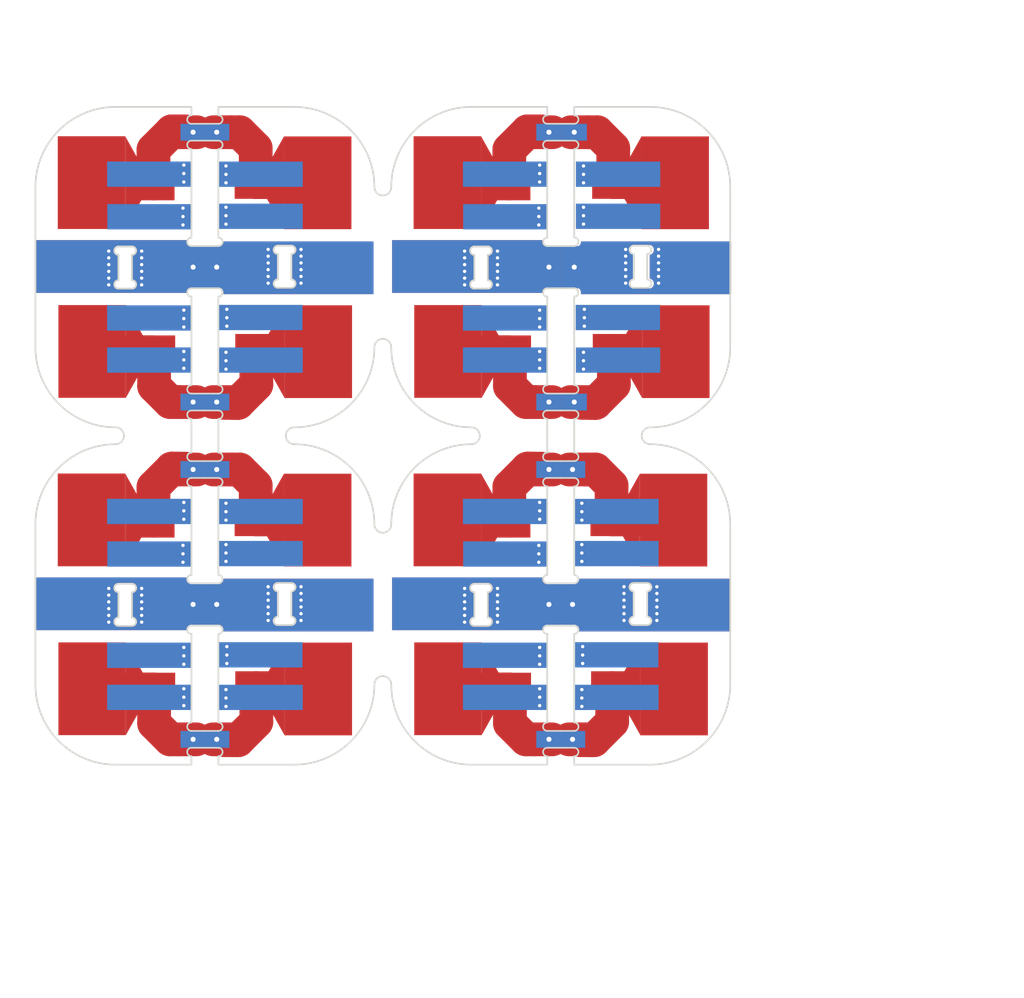
<source format=kicad_pcb>
(kicad_pcb (version 20171130) (host pcbnew 5.1.4+dfsg1-1)
  (layers (0 F.Cu signal) (31 B.Cu signal) (34 B.Paste user) (35 F.Paste user) (36 B.SilkS user) (37 F.SilkS user) (38 B.Mask user) (39 F.Mask user) (44 Edge.Cuts user))
  (net 0 "")
  (net 1 "Net-(J9-Pad1)")
  (net 2 "Net-(J2-Pad1)")
  (net 3 "Net-(J4-Pad1)")
  (net 4 "Net-(J3-Pad1)")
  (net 5 "Net-(J1-Pad1)")
  (net 6 /B1_trans)
  (net 7 /B2_trans)
  (module yaqwsx:battery_spring_contact (layer F.Cu) (at 98.9 104.32)
    (fp_text reference J6 hide)
    (fp_text value B2_sping)
    (pad 1 smd rect (at 1.55 0.1) (size 8 11) (layers F.Cu F.Paste F.Mask) (net 7 /B2_trans))
    (pad 1 smd rect (at -5.8 0) (size 5 4) (layers F.Cu F.Paste F.Mask) (net 7 /B2_trans))
    (pad 1 smd trapezoid (at -3.85 0.1 180) (size 2.8 6) (rect_delta 5 0) (layers F.Cu F.Paste F.Mask) (net 7 /B2_trans))
  )
  (module yaqwsx:battery_spring_contact (layer F.Cu) (at 98.825 84.295)
    (fp_text reference J5 hide)
    (fp_text value B1_sping)
    (pad 1 smd rect (at 1.55 0.1) (size 8 11) (layers F.Cu F.Paste F.Mask) (net 6 /B1_trans))
    (pad 1 smd rect (at -5.8 0) (size 5 4) (layers F.Cu F.Paste F.Mask) (net 6 /B1_trans))
    (pad 1 smd trapezoid (at -3.85 0.1 180) (size 2.8 6) (rect_delta 5 0) (layers F.Cu F.Paste F.Mask) (net 6 /B1_trans))
  )
  (module yaqwsx:battery_spring_contact (layer F.Cu) (at 98.825 124.295)
    (fp_text reference J5 hide)
    (fp_text value B1_sping)
    (pad 1 smd trapezoid (at -3.85 0.1 180) (size 2.8 6) (rect_delta 5 0) (layers F.Cu F.Paste F.Mask) (net 6 /B1_trans))
    (pad 1 smd rect (at -5.8 0) (size 5 4) (layers F.Cu F.Paste F.Mask) (net 6 /B1_trans))
    (pad 1 smd rect (at 1.55 0.1) (size 8 11) (layers F.Cu F.Paste F.Mask) (net 6 /B1_trans))
  )
  (module yaqwsx:battery_spring_contact (layer F.Cu) (at 98.9 144.32)
    (fp_text reference J6 hide)
    (fp_text value B2_sping)
    (pad 1 smd trapezoid (at -3.85 0.1 180) (size 2.8 6) (rect_delta 5 0) (layers F.Cu F.Paste F.Mask) (net 7 /B2_trans))
    (pad 1 smd rect (at -5.8 0) (size 5 4) (layers F.Cu F.Paste F.Mask) (net 7 /B2_trans))
    (pad 1 smd rect (at 1.55 0.1) (size 8 11) (layers F.Cu F.Paste F.Mask) (net 7 /B2_trans))
  )
  (module yaqwsx:battery_spring_contact (layer F.Cu) (at 117.3 124.47 180)
    (fp_text reference J6 hide)
    (fp_text value B2_sping)
    (pad 1 smd trapezoid (at -3.85 0.1) (size 2.8 6) (rect_delta 5 0) (layers F.Cu F.Paste F.Mask) (net 7 /B2_trans))
    (pad 1 smd rect (at -5.8 0 180) (size 5 4) (layers F.Cu F.Paste F.Mask) (net 7 /B2_trans))
    (pad 1 smd rect (at 1.55 0.1 180) (size 8 11) (layers F.Cu F.Paste F.Mask) (net 7 /B2_trans))
  )
  (module yaqwsx:pad_2x3 (layer F.Cu) (at 127.8 118.395 180)
    (fp_text reference J11 hide)
    (fp_text value B2_trans hide)
    (pad 1 thru_hole rect (at 0 0 180) (size 3 2) (drill 0.6) (layers *.Cu *.Mask) (net 7 /B2_trans))
  )
  (module yaqwsx:battery_spring_contact (layer F.Cu) (at 117.375 144.495 180)
    (fp_text reference J5 hide)
    (fp_text value B1_sping)
    (pad 1 smd trapezoid (at -3.85 0.1) (size 2.8 6) (rect_delta 5 0) (layers F.Cu F.Paste F.Mask) (net 6 /B1_trans))
    (pad 1 smd rect (at -5.8 0 180) (size 5 4) (layers F.Cu F.Paste F.Mask) (net 6 /B1_trans))
    (pad 1 smd rect (at 1.55 0.1 180) (size 8 11) (layers F.Cu F.Paste F.Mask) (net 6 /B1_trans))
  )
  (module yaqwsx:banana_2mm_side (layer B.Cu) (at 122.6 123.37 270)
    (fp_text reference J3 hide)
    (fp_text value banana hide)
    (pad 1 smd rect (at 0 0 270) (size 3 10) (layers B.Cu B.Paste B.Mask) (net 4 "Net-(J3-Pad1)"))
  )
  (module yaqwsx:banana_2mm_side (layer B.Cu) (at 122.6 140.425 270)
    (fp_text reference J1 hide)
    (fp_text value banana hide)
    (pad 1 smd rect (at 0 0 270) (size 3 10) (layers B.Cu B.Paste B.Mask) (net 5 "Net-(J1-Pad1)"))
  )
  (module yaqwsx:pad_2x3 (layer F.Cu) (at 127.8 150.395 180)
    (fp_text reference J10 hide)
    (fp_text value B1_trans hide)
    (pad 1 thru_hole rect (at 0 0 180) (size 3 2) (drill 0.6) (layers *.Cu *.Mask) (net 6 /B1_trans))
  )
  (module yaqwsx:banana_2mm_side (layer B.Cu) (at 122.625 128.42 270)
    (fp_text reference J4 hide)
    (fp_text value banana hide)
    (pad 1 smd rect (at 0 0 270) (size 3 10) (layers B.Cu B.Paste B.Mask) (net 3 "Net-(J4-Pad1)"))
  )
  (module yaqwsx:banana_2mm_side (layer B.Cu) (at 122.6 145.415 270)
    (fp_text reference J2 hide)
    (fp_text value banana hide)
    (pad 1 smd rect (at 0 0 270) (size 3 10) (layers B.Cu B.Paste B.Mask) (net 2 "Net-(J2-Pad1)"))
  )
  (module BATTERY:pad_3x5 (layer F.Cu) (at 127.8 134.395 180)
    (fp_text reference J9 hide)
    (fp_text value mech hide)
    (pad 1 thru_hole rect (at 0 0 180) (size 3 5) (drill 0.6) (layers *.Cu *.Mask) (net 1 "Net-(J9-Pad1)"))
  )
  (module yaqwsx:banana_2mm_side (layer B.Cu) (at 135.8 128.365 90)
    (fp_text reference J1 hide)
    (fp_text value banana hide)
    (pad 1 smd rect (at 0 0 90) (size 3 10) (layers B.Cu B.Paste B.Mask) (net 5 "Net-(J1-Pad1)"))
  )
  (module yaqwsx:battery_spring_contact (layer F.Cu) (at 141.025 124.295)
    (fp_text reference J5 hide)
    (fp_text value B1_sping)
    (pad 1 smd rect (at 1.55 0.1) (size 8 11) (layers F.Cu F.Paste F.Mask) (net 6 /B1_trans))
    (pad 1 smd rect (at -5.8 0) (size 5 4) (layers F.Cu F.Paste F.Mask) (net 6 /B1_trans))
    (pad 1 smd trapezoid (at -3.85 0.1 180) (size 2.8 6) (rect_delta 5 0) (layers F.Cu F.Paste F.Mask) (net 6 /B1_trans))
  )
  (module yaqwsx:battery_spring_contact (layer F.Cu) (at 141.1 144.32)
    (fp_text reference J6 hide)
    (fp_text value B2_sping)
    (pad 1 smd rect (at 1.55 0.1) (size 8 11) (layers F.Cu F.Paste F.Mask) (net 7 /B2_trans))
    (pad 1 smd rect (at -5.8 0) (size 5 4) (layers F.Cu F.Paste F.Mask) (net 7 /B2_trans))
    (pad 1 smd trapezoid (at -3.85 0.1 180) (size 2.8 6) (rect_delta 5 0) (layers F.Cu F.Paste F.Mask) (net 7 /B2_trans))
  )
  (module yaqwsx:banana_2mm_side (layer B.Cu) (at 135.8 145.42 90)
    (fp_text reference J3 hide)
    (fp_text value banana hide)
    (pad 1 smd rect (at 0 0 90) (size 3 10) (layers B.Cu B.Paste B.Mask) (net 4 "Net-(J3-Pad1)"))
  )
  (module yaqwsx:pad_2x3 (layer F.Cu) (at 130.6 150.395)
    (fp_text reference J11 hide)
    (fp_text value B2_trans hide)
    (pad 1 thru_hole rect (at 0 0) (size 3 2) (drill 0.6) (layers *.Cu *.Mask) (net 7 /B2_trans))
  )
  (module yaqwsx:banana_2mm_side (layer B.Cu) (at 135.8 123.375 90)
    (fp_text reference J2 hide)
    (fp_text value banana hide)
    (pad 1 smd rect (at 0 0 90) (size 3 10) (layers B.Cu B.Paste B.Mask) (net 2 "Net-(J2-Pad1)"))
  )
  (module yaqwsx:banana_2mm_side (layer B.Cu) (at 135.775 140.37 90)
    (fp_text reference J4 hide)
    (fp_text value banana hide)
    (pad 1 smd rect (at 0 0 90) (size 3 10) (layers B.Cu B.Paste B.Mask) (net 3 "Net-(J4-Pad1)"))
  )
  (module BATTERY:pad_3x5 (layer F.Cu) (at 130.6 134.395)
    (fp_text reference J9 hide)
    (fp_text value mech hide)
    (pad 1 thru_hole rect (at 0 0) (size 3 5) (drill 0.6) (layers *.Cu *.Mask) (net 1 "Net-(J9-Pad1)"))
  )
  (module yaqwsx:pad_2x3 (layer F.Cu) (at 130.6 118.395)
    (fp_text reference J10 hide)
    (fp_text value B1_trans hide)
    (pad 1 thru_hole rect (at 0 0) (size 3 2) (drill 0.6) (layers *.Cu *.Mask) (net 6 /B1_trans))
  )
  (module yaqwsx:banana_2mm_side (layer B.Cu) (at 93.6 145.42 90)
    (fp_text reference J3 hide)
    (fp_text value banana hide)
    (pad 1 smd rect (at 0 0 90) (size 3 10) (layers B.Cu B.Paste B.Mask) (net 4 "Net-(J3-Pad1)"))
  )
  (module yaqwsx:banana_2mm_side (layer B.Cu) (at 93.6 123.375 90)
    (fp_text reference J2 hide)
    (fp_text value banana hide)
    (pad 1 smd rect (at 0 0 90) (size 3 10) (layers B.Cu B.Paste B.Mask) (net 2 "Net-(J2-Pad1)"))
  )
  (module yaqwsx:banana_2mm_side (layer B.Cu) (at 93.575 140.37 90)
    (fp_text reference J4 hide)
    (fp_text value banana hide)
    (pad 1 smd rect (at 0 0 90) (size 3 10) (layers B.Cu B.Paste B.Mask) (net 3 "Net-(J4-Pad1)"))
  )
  (module yaqwsx:banana_2mm_side (layer B.Cu) (at 93.6 128.365 90)
    (fp_text reference J1 hide)
    (fp_text value banana hide)
    (pad 1 smd rect (at 0 0 90) (size 3 10) (layers B.Cu B.Paste B.Mask) (net 5 "Net-(J1-Pad1)"))
  )
  (module BATTERY:pad_3x5 (layer F.Cu) (at 88.4 134.395)
    (fp_text reference J9 hide)
    (fp_text value mech hide)
    (pad 1 thru_hole rect (at 0 0) (size 3 5) (drill 0.6) (layers *.Cu *.Mask) (net 1 "Net-(J9-Pad1)"))
  )
  (module yaqwsx:pad_2x3 (layer F.Cu) (at 88.4 118.395)
    (fp_text reference J10 hide)
    (fp_text value B1_trans hide)
    (pad 1 thru_hole rect (at 0 0) (size 3 2) (drill 0.6) (layers *.Cu *.Mask) (net 6 /B1_trans))
  )
  (module yaqwsx:pad_2x3 (layer F.Cu) (at 88.4 150.395)
    (fp_text reference J11 hide)
    (fp_text value B2_trans hide)
    (pad 1 thru_hole rect (at 0 0) (size 3 2) (drill 0.6) (layers *.Cu *.Mask) (net 7 /B2_trans))
  )
  (module yaqwsx:pad_2x3 (layer F.Cu) (at 85.6 150.395 180)
    (fp_text reference J10 hide)
    (fp_text value B1_trans hide)
    (pad 1 thru_hole rect (at 0 0 180) (size 3 2) (drill 0.6) (layers *.Cu *.Mask) (net 6 /B1_trans))
  )
  (module yaqwsx:banana_2mm_side (layer B.Cu) (at 80.4 140.425 270)
    (fp_text reference J1 hide)
    (fp_text value banana hide)
    (pad 1 smd rect (at 0 0 270) (size 3 10) (layers B.Cu B.Paste B.Mask) (net 5 "Net-(J1-Pad1)"))
  )
  (module yaqwsx:battery_spring_contact (layer F.Cu) (at 75.1 124.47 180)
    (fp_text reference J6 hide)
    (fp_text value B2_sping)
    (pad 1 smd rect (at 1.55 0.1 180) (size 8 11) (layers F.Cu F.Paste F.Mask) (net 7 /B2_trans))
    (pad 1 smd rect (at -5.8 0 180) (size 5 4) (layers F.Cu F.Paste F.Mask) (net 7 /B2_trans))
    (pad 1 smd trapezoid (at -3.85 0.1) (size 2.8 6) (rect_delta 5 0) (layers F.Cu F.Paste F.Mask) (net 7 /B2_trans))
  )
  (module yaqwsx:battery_spring_contact (layer F.Cu) (at 75.175 144.495 180)
    (fp_text reference J5 hide)
    (fp_text value B1_sping)
    (pad 1 smd rect (at 1.55 0.1 180) (size 8 11) (layers F.Cu F.Paste F.Mask) (net 6 /B1_trans))
    (pad 1 smd rect (at -5.8 0 180) (size 5 4) (layers F.Cu F.Paste F.Mask) (net 6 /B1_trans))
    (pad 1 smd trapezoid (at -3.85 0.1) (size 2.8 6) (rect_delta 5 0) (layers F.Cu F.Paste F.Mask) (net 6 /B1_trans))
  )
  (module yaqwsx:banana_2mm_side (layer B.Cu) (at 80.4 123.37 270)
    (fp_text reference J3 hide)
    (fp_text value banana hide)
    (pad 1 smd rect (at 0 0 270) (size 3 10) (layers B.Cu B.Paste B.Mask) (net 4 "Net-(J3-Pad1)"))
  )
  (module yaqwsx:banana_2mm_side (layer B.Cu) (at 80.425 128.42 270)
    (fp_text reference J4 hide)
    (fp_text value banana hide)
    (pad 1 smd rect (at 0 0 270) (size 3 10) (layers B.Cu B.Paste B.Mask) (net 3 "Net-(J4-Pad1)"))
  )
  (module yaqwsx:pad_2x3 (layer F.Cu) (at 85.6 118.395 180)
    (fp_text reference J11 hide)
    (fp_text value B2_trans hide)
    (pad 1 thru_hole rect (at 0 0 180) (size 3 2) (drill 0.6) (layers *.Cu *.Mask) (net 7 /B2_trans))
  )
  (module yaqwsx:banana_2mm_side (layer B.Cu) (at 80.4 145.415 270)
    (fp_text reference J2 hide)
    (fp_text value banana hide)
    (pad 1 smd rect (at 0 0 270) (size 3 10) (layers B.Cu B.Paste B.Mask) (net 2 "Net-(J2-Pad1)"))
  )
  (module BATTERY:pad_3x5 (layer F.Cu) (at 85.6 134.395 180)
    (fp_text reference J9 hide)
    (fp_text value mech hide)
    (pad 1 thru_hole rect (at 0 0 180) (size 3 5) (drill 0.6) (layers *.Cu *.Mask) (net 1 "Net-(J9-Pad1)"))
  )
  (module yaqwsx:pad_2x3 (layer F.Cu) (at 85.6 78.395 180)
    (fp_text reference J11 hide)
    (fp_text value B2_trans hide)
    (pad 1 thru_hole rect (at 0 0 180) (size 3 2) (drill 0.6) (layers *.Cu *.Mask) (net 6 /B1_trans))
  )
  (module yaqwsx:banana_2mm_side (layer B.Cu) (at 80.425 88.42 270)
    (fp_text reference J4 hide)
    (fp_text value banana hide)
    (pad 1 smd rect (at 0 0 270) (size 3 10) (layers B.Cu B.Paste B.Mask) (net 3 "Net-(J4-Pad1)"))
  )
  (module yaqwsx:battery_spring_contact (layer F.Cu) (at 75.175 104.495 180)
    (fp_text reference J5 hide)
    (fp_text value B1_sping)
    (pad 1 smd trapezoid (at -3.85 0.1) (size 2.8 6) (rect_delta 5 0) (layers F.Cu F.Paste F.Mask) (net 7 /B2_trans))
    (pad 1 smd rect (at -5.8 0 180) (size 5 4) (layers F.Cu F.Paste F.Mask) (net 7 /B2_trans))
    (pad 1 smd rect (at 1.55 0.1 180) (size 8 11) (layers F.Cu F.Paste F.Mask) (net 7 /B2_trans))
  )
  (module BATTERY:pad_3x5 (layer F.Cu) (at 85.6 94.395 180)
    (fp_text reference J9 hide)
    (fp_text value mech hide)
    (pad 1 thru_hole rect (at 0 0 180) (size 3 5) (drill 0.6) (layers *.Cu *.Mask) (net 1 "Net-(J9-Pad1)"))
  )
  (module yaqwsx:banana_2mm_side (layer B.Cu) (at 80.4 105.415 270)
    (fp_text reference J2 hide)
    (fp_text value banana hide)
    (pad 1 smd rect (at 0 0 270) (size 3 10) (layers B.Cu B.Paste B.Mask) (net 2 "Net-(J2-Pad1)"))
  )
  (module yaqwsx:banana_2mm_side (layer B.Cu) (at 80.4 100.425 270)
    (fp_text reference J1 hide)
    (fp_text value banana hide)
    (pad 1 smd rect (at 0 0 270) (size 3 10) (layers B.Cu B.Paste B.Mask) (net 5 "Net-(J1-Pad1)"))
  )
  (module yaqwsx:battery_spring_contact (layer F.Cu) (at 75.1 84.47 180)
    (fp_text reference J6 hide)
    (fp_text value B2_sping)
    (pad 1 smd trapezoid (at -3.85 0.1) (size 2.8 6) (rect_delta 5 0) (layers F.Cu F.Paste F.Mask) (net 6 /B1_trans))
    (pad 1 smd rect (at -5.8 0 180) (size 5 4) (layers F.Cu F.Paste F.Mask) (net 6 /B1_trans))
    (pad 1 smd rect (at 1.55 0.1 180) (size 8 11) (layers F.Cu F.Paste F.Mask) (net 7 /B2_trans))
  )
  (module yaqwsx:pad_2x3 (layer F.Cu) (at 85.6 110.395 180)
    (fp_text reference J10 hide)
    (fp_text value B1_trans hide)
    (pad 1 thru_hole rect (at 0 0 180) (size 3 2) (drill 0.6) (layers *.Cu *.Mask) (net 7 /B2_trans))
  )
  (module yaqwsx:banana_2mm_side (layer B.Cu) (at 80.4 83.37 270)
    (fp_text reference J3 hide)
    (fp_text value banana hide)
    (pad 1 smd rect (at 0 0 270) (size 3 10) (layers B.Cu B.Paste B.Mask) (net 4 "Net-(J3-Pad1)"))
  )
  (module BATTERY:pad_3x5 (layer F.Cu) (at 88.4 94.395)
    (fp_text reference J9 hide)
    (fp_text value mech hide)
    (pad 1 thru_hole rect (at 0 0) (size 3 5) (drill 0.6) (layers *.Cu *.Mask) (net 1 "Net-(J9-Pad1)"))
  )
  (module yaqwsx:pad_2x3 (layer F.Cu) (at 88.4 78.395)
    (fp_text reference J10 hide)
    (fp_text value B1_trans hide)
    (pad 1 thru_hole rect (at 0 0) (size 3 2) (drill 0.6) (layers *.Cu *.Mask) (net 6 /B1_trans))
  )
  (module yaqwsx:banana_2mm_side (layer B.Cu) (at 93.575 100.37 90)
    (fp_text reference J4 hide)
    (fp_text value banana hide)
    (pad 1 smd rect (at 0 0 90) (size 3 10) (layers B.Cu B.Paste B.Mask) (net 3 "Net-(J4-Pad1)"))
  )
  (module yaqwsx:pad_2x3 (layer F.Cu) (at 88.4 110.395)
    (fp_text reference J11 hide)
    (fp_text value B2_trans hide)
    (pad 1 thru_hole rect (at 0 0) (size 3 2) (drill 0.6) (layers *.Cu *.Mask) (net 7 /B2_trans))
  )
  (module yaqwsx:banana_2mm_side (layer B.Cu) (at 93.6 105.42 90)
    (fp_text reference J3 hide)
    (fp_text value banana hide)
    (pad 1 smd rect (at 0 0 90) (size 3 10) (layers B.Cu B.Paste B.Mask) (net 4 "Net-(J3-Pad1)"))
  )
  (module yaqwsx:banana_2mm_side (layer B.Cu) (at 93.6 88.365 90)
    (fp_text reference J1 hide)
    (fp_text value banana hide)
    (pad 1 smd rect (at 0 0 90) (size 3 10) (layers B.Cu B.Paste B.Mask) (net 5 "Net-(J1-Pad1)"))
  )
  (module yaqwsx:banana_2mm_side (layer B.Cu) (at 93.6 83.375 90)
    (fp_text reference J2 hide)
    (fp_text value banana hide)
    (pad 1 smd rect (at 0 0 90) (size 3 10) (layers B.Cu B.Paste B.Mask) (net 2 "Net-(J2-Pad1)"))
  )
  (module yaqwsx:battery_spring_contact (layer F.Cu) (at 117.375 104.495 180)
    (fp_text reference J5 hide)
    (fp_text value B1_sping)
    (pad 1 smd trapezoid (at -3.85 0.1) (size 2.8 6) (rect_delta 5 0) (layers F.Cu F.Paste F.Mask) (net 6 /B1_trans))
    (pad 1 smd rect (at -5.8 0 180) (size 5 4) (layers F.Cu F.Paste F.Mask) (net 6 /B1_trans))
    (pad 1 smd rect (at 1.55 0.1 180) (size 8 11) (layers F.Cu F.Paste F.Mask) (net 6 /B1_trans))
  )
  (module yaqwsx:pad_2x3 (layer F.Cu) (at 127.8 110.395 180)
    (fp_text reference J10 hide)
    (fp_text value B1_trans hide)
    (pad 1 thru_hole rect (at 0 0 180) (size 3 2) (drill 0.6) (layers *.Cu *.Mask) (net 6 /B1_trans))
  )
  (module yaqwsx:banana_2mm_side (layer B.Cu) (at 122.6 83.37 270)
    (fp_text reference J3 hide)
    (fp_text value banana hide)
    (pad 1 smd rect (at 0 0 270) (size 3 10) (layers B.Cu B.Paste B.Mask) (net 4 "Net-(J3-Pad1)"))
  )
  (module yaqwsx:banana_2mm_side (layer B.Cu) (at 122.6 105.415 270)
    (fp_text reference J2 hide)
    (fp_text value banana hide)
    (pad 1 smd rect (at 0 0 270) (size 3 10) (layers B.Cu B.Paste B.Mask) (net 2 "Net-(J2-Pad1)"))
  )
  (module yaqwsx:banana_2mm_side (layer B.Cu) (at 122.6 100.425 270)
    (fp_text reference J1 hide)
    (fp_text value banana hide)
    (pad 1 smd rect (at 0 0 270) (size 3 10) (layers B.Cu B.Paste B.Mask) (net 5 "Net-(J1-Pad1)"))
  )
  (module yaqwsx:pad_2x3 (layer F.Cu) (at 127.8 78.395 180)
    (fp_text reference J11 hide)
    (fp_text value B2_trans hide)
    (pad 1 thru_hole rect (at 0 0 180) (size 3 2) (drill 0.6) (layers *.Cu *.Mask) (net 7 /B2_trans))
  )
  (module yaqwsx:banana_2mm_side (layer B.Cu) (at 122.625 88.42 270)
    (fp_text reference J4 hide)
    (fp_text value banana hide)
    (pad 1 smd rect (at 0 0 270) (size 3 10) (layers B.Cu B.Paste B.Mask) (net 3 "Net-(J4-Pad1)"))
  )
  (module yaqwsx:battery_spring_contact (layer F.Cu) (at 117.3 84.47 180)
    (fp_text reference J6 hide)
    (fp_text value B2_sping)
    (pad 1 smd trapezoid (at -3.85 0.1) (size 2.8 6) (rect_delta 5 0) (layers F.Cu F.Paste F.Mask) (net 7 /B2_trans))
    (pad 1 smd rect (at -5.8 0 180) (size 5 4) (layers F.Cu F.Paste F.Mask) (net 7 /B2_trans))
    (pad 1 smd rect (at 1.55 0.1 180) (size 8 11) (layers F.Cu F.Paste F.Mask) (net 7 /B2_trans))
  )
  (module BATTERY:pad_3x5 (layer F.Cu) (at 127.8 94.395 180)
    (fp_text reference J9 hide)
    (fp_text value mech hide)
    (pad 1 thru_hole rect (at 0 0 180) (size 3 5) (drill 0.6) (layers *.Cu *.Mask) (net 1 "Net-(J9-Pad1)"))
  )
  (module BATTERY:pad_3x5 (layer F.Cu) (at 130.8 94.395)
    (fp_text reference J9 hide)
    (fp_text value mech hide)
    (pad 1 thru_hole rect (at 0 0) (size 3 5) (drill 0.6) (layers *.Cu *.Mask) (net 1 "Net-(J9-Pad1)"))
  )
  (module yaqwsx:pad_2x3 (layer F.Cu) (at 130.8 78.395)
    (fp_text reference J10 hide)
    (fp_text value B1_trans hide)
    (pad 1 thru_hole rect (at 0 0) (size 3 2) (drill 0.6) (layers *.Cu *.Mask) (net 6 /B1_trans))
  )
  (module yaqwsx:battery_spring_contact (layer F.Cu) (at 141.225 84.295)
    (fp_text reference J5 hide)
    (fp_text value B1_sping)
    (pad 1 smd rect (at 1.55 0.1) (size 8 11) (layers F.Cu F.Paste F.Mask) (net 6 /B1_trans))
    (pad 1 smd rect (at -5.8 0) (size 5 4) (layers F.Cu F.Paste F.Mask) (net 6 /B1_trans))
    (pad 1 smd trapezoid (at -3.85 0.1 180) (size 2.8 6) (rect_delta 5 0) (layers F.Cu F.Paste F.Mask) (net 6 /B1_trans))
  )
  (module yaqwsx:banana_2mm_side (layer B.Cu) (at 135.975 100.37 90)
    (fp_text reference J4 hide)
    (fp_text value banana hide)
    (pad 1 smd rect (at 0 0 90) (size 3 10) (layers B.Cu B.Paste B.Mask) (net 3 "Net-(J4-Pad1)"))
  )
  (module yaqwsx:pad_2x3 (layer F.Cu) (at 130.8 110.395)
    (fp_text reference J11 hide)
    (fp_text value B2_trans hide)
    (pad 1 thru_hole rect (at 0 0) (size 3 2) (drill 0.6) (layers *.Cu *.Mask) (net 7 /B2_trans))
  )
  (module yaqwsx:banana_2mm_side (layer B.Cu) (at 136 105.42 90)
    (fp_text reference J3 hide)
    (fp_text value banana hide)
    (pad 1 smd rect (at 0 0 90) (size 3 10) (layers B.Cu B.Paste B.Mask) (net 4 "Net-(J3-Pad1)"))
  )
  (module yaqwsx:banana_2mm_side (layer B.Cu) (at 136 88.365 90)
    (fp_text reference J1 hide)
    (fp_text value banana hide)
    (pad 1 smd rect (at 0 0 90) (size 3 10) (layers B.Cu B.Paste B.Mask) (net 5 "Net-(J1-Pad1)"))
  )
  (module yaqwsx:battery_spring_contact (layer F.Cu) (at 141.3 104.32)
    (fp_text reference J6 hide)
    (fp_text value B2_sping)
    (pad 1 smd rect (at 1.55 0.1) (size 8 11) (layers F.Cu F.Paste F.Mask) (net 7 /B2_trans))
    (pad 1 smd rect (at -5.8 0) (size 5 4) (layers F.Cu F.Paste F.Mask) (net 7 /B2_trans))
    (pad 1 smd trapezoid (at -3.85 0.1 180) (size 2.8 6) (rect_delta 5 0) (layers F.Cu F.Paste F.Mask) (net 7 /B2_trans))
  )
  (module yaqwsx:banana_2mm_side (layer B.Cu) (at 136 83.375 90)
    (fp_text reference J2 hide)
    (fp_text value banana hide)
    (pad 1 smd rect (at 0 0 90) (size 3 10) (layers B.Cu B.Paste B.Mask) (net 2 "Net-(J2-Pad1)"))
  )
  (gr_arc (start 97.6 124.895) (end 107.1 124.895) (angle -90) (layer Edge.Cuts) (width 0.2))
  (gr_arc (start 97.6 143.895) (end 97.6 153.395) (angle -90) (layer Edge.Cuts) (width 0.2))
  (gr_arc (start 97.6 103.895) (end 97.6 113.395) (angle -90) (layer Edge.Cuts) (width 0.2))
  (gr_arc (start 97.6 84.895) (end 107.1 84.895) (angle -90) (layer Edge.Cuts) (width 0.2))
  (gr_line (start 66.9 143.895) (end 66.9 124.895) (layer Edge.Cuts) (width 0.2))
  (gr_line (start 85.4 113.395) (end 85.4 112.395) (layer Edge.Cuts) (width 0.2))
  (gr_arc (start 88.6 108.895) (end 88.6 109.395) (angle -180) (layer Edge.Cuts) (width 0.2))
  (gr_arc (start 85.4 97.395) (end 85.4 96.895) (angle -180) (layer Edge.Cuts) (width 0.2))
  (gr_arc (start 97.25 136.345) (end 97.25 136.845) (angle -180) (layer Edge.Cuts) (width 0.2))
  (gr_line (start 76.75 95.945) (end 76.75 92.945) (layer Edge.Cuts) (width 0.2))
  (gr_line (start 85.4 116.395) (end 85.4 113.395) (layer Edge.Cuts) (width 0.2))
  (gr_line (start 95.65 131.845) (end 97.25 131.845) (layer Edge.Cuts) (width 0.2))
  (gr_arc (start 85.4 137.395) (end 85.4 136.895) (angle -180) (layer Edge.Cuts) (width 0.2))
  (gr_line (start 88.6 131.895) (end 87 131.895) (layer Edge.Cuts) (width 0.2))
  (gr_line (start 97.25 92.845) (end 97.25 95.845) (layer Edge.Cuts) (width 0.2))
  (gr_line (start 87 119.395) (end 88.61 119.395) (layer Edge.Cuts) (width 0.2))
  (gr_line (start 85.4 79.395) (end 87 79.395) (layer Edge.Cuts) (width 0.2))
  (gr_arc (start 88.6 76.895) (end 88.6 77.395) (angle -180) (layer Edge.Cuts) (width 0.2))
  (gr_arc (start 76.4 103.895) (end 66.9 103.895) (angle -90) (layer Edge.Cuts) (width 0.2))
  (gr_arc (start 78.35 92.445) (end 78.35 92.945) (angle -180) (layer Edge.Cuts) (width 0.2))
  (gr_line (start 95.65 92.845) (end 95.65 95.845) (layer Edge.Cuts) (width 0.2))
  (gr_line (start 88.6 75.395) (end 88.6 76.395) (layer Edge.Cuts) (width 0.2))
  (gr_line (start 85.4 111.395) (end 87 111.395) (layer Edge.Cuts) (width 0.2))
  (gr_arc (start 76.4 114.395) (end 76.4 115.395) (angle -180) (layer Edge.Cuts) (width 0.2))
  (gr_arc (start 97.6 114.395) (end 97.6 113.395) (angle -180) (layer Edge.Cuts) (width 0.2))
  (gr_line (start 87 77.395) (end 85.4 77.395) (layer Edge.Cuts) (width 0.2))
  (gr_line (start 78.35 95.945) (end 78.35 92.945) (layer Edge.Cuts) (width 0.2))
  (gr_line (start 85.4 76.395) (end 85.4 75.395) (layer Edge.Cuts) (width 0.2))
  (gr_arc (start 88.6 97.395) (end 88.6 97.895) (angle -180) (layer Edge.Cuts) (width 0.2))
  (gr_arc (start 88.6 79.895) (end 88.6 80.395) (angle -178.8542372) (layer Edge.Cuts) (width 0.2))
  (gr_line (start 88.6 97.895) (end 88.6 108.395) (layer Edge.Cuts) (width 0.2))
  (gr_line (start 88.6 91.895) (end 87 91.895) (layer Edge.Cuts) (width 0.2))
  (gr_line (start 88.6 80.395) (end 88.6 90.895) (layer Edge.Cuts) (width 0.2))
  (gr_line (start 76.75 91.945) (end 78.35 91.945) (layer Edge.Cuts) (width 0.2))
  (gr_arc (start 88.6 111.895) (end 88.6 112.395) (angle -180) (layer Edge.Cuts) (width 0.2))
  (gr_arc (start 88.6 137.395) (end 88.6 137.895) (angle -180) (layer Edge.Cuts) (width 0.2))
  (gr_arc (start 76.75 92.445) (end 76.75 91.945) (angle -180) (layer Edge.Cuts) (width 0.2))
  (gr_arc (start 97.25 132.345) (end 97.25 132.845) (angle -180) (layer Edge.Cuts) (width 0.2))
  (gr_line (start 85.4 75.395) (end 76.4 75.395) (layer Edge.Cuts) (width 0.2))
  (gr_line (start 97.25 132.845) (end 97.25 135.845) (layer Edge.Cuts) (width 0.2))
  (gr_arc (start 85.4 79.895) (end 85.4 79.395) (angle -180) (layer Edge.Cuts) (width 0.2))
  (gr_line (start 97.25 96.845) (end 95.65 96.845) (layer Edge.Cuts) (width 0.2))
  (gr_line (start 85.4 90.895) (end 85.4 80.395) (layer Edge.Cuts) (width 0.2))
  (gr_line (start 95.65 91.845) (end 97.25 91.845) (layer Edge.Cuts) (width 0.2))
  (gr_arc (start 95.65 92.345) (end 95.65 91.845) (angle -180) (layer Edge.Cuts) (width 0.2))
  (gr_line (start 88.6 109.395) (end 87 109.395) (layer Edge.Cuts) (width 0.2))
  (gr_line (start 97.6 75.395) (end 88.6 75.395) (layer Edge.Cuts) (width 0.2))
  (gr_arc (start 97.25 96.345) (end 97.25 96.845) (angle -180) (layer Edge.Cuts) (width 0.2))
  (gr_arc (start 95.65 132.345) (end 95.65 131.845) (angle -180) (layer Edge.Cuts) (width 0.2))
  (gr_line (start 87 91.895) (end 85.4 91.895) (layer Edge.Cuts) (width 0.2))
  (gr_line (start 88.6 117.395) (end 87 117.395) (layer Edge.Cuts) (width 0.2))
  (gr_line (start 87 111.395) (end 88.6 111.395) (layer Edge.Cuts) (width 0.2))
  (gr_line (start 87 109.395) (end 85.39 109.395) (layer Edge.Cuts) (width 0.2))
  (gr_line (start 88.6 112.395) (end 88.6 113.395) (layer Edge.Cuts) (width 0.2))
  (gr_arc (start 88.6 116.895) (end 88.6 117.395) (angle -180) (layer Edge.Cuts) (width 0.2))
  (gr_line (start 85.4 108.395) (end 85.4 97.895) (layer Edge.Cuts) (width 0.2))
  (gr_line (start 88.6 149.395) (end 87 149.395) (layer Edge.Cuts) (width 0.2))
  (gr_arc (start 88.6 91.395) (end 88.6 91.895) (angle -180) (layer Edge.Cuts) (width 0.2))
  (gr_arc (start 88.6 131.395) (end 88.6 131.895) (angle -180) (layer Edge.Cuts) (width 0.2))
  (gr_line (start 76.75 135.945) (end 76.75 132.945) (layer Edge.Cuts) (width 0.2))
  (gr_line (start 88.6 120.395) (end 88.6 130.895) (layer Edge.Cuts) (width 0.2))
  (gr_line (start 88.6 77.395) (end 87 77.395) (layer Edge.Cuts) (width 0.2))
  (gr_line (start 85.4 151.395) (end 87 151.395) (layer Edge.Cuts) (width 0.2))
  (gr_line (start 87 131.895) (end 85.4 131.895) (layer Edge.Cuts) (width 0.2))
  (gr_line (start 88.6 152.395) (end 88.6 153.395) (layer Edge.Cuts) (width 0.2))
  (gr_arc (start 85.4 131.395) (end 85.4 130.895) (angle -180) (layer Edge.Cuts) (width 0.2))
  (gr_arc (start 85.4 148.895) (end 85.4 148.395) (angle -178.8542372) (layer Edge.Cuts) (width 0.2))
  (gr_arc (start 85.4 108.895) (end 85.4 108.395) (angle -178.8542372) (layer Edge.Cuts) (width 0.2))
  (gr_line (start 85.4 130.895) (end 85.4 120.395) (layer Edge.Cuts) (width 0.2))
  (gr_line (start 85.4 136.895) (end 87 136.895) (layer Edge.Cuts) (width 0.2))
  (gr_line (start 85.4 96.895) (end 87 96.895) (layer Edge.Cuts) (width 0.2))
  (gr_line (start 87 96.895) (end 88.6 96.895) (layer Edge.Cuts) (width 0.2))
  (gr_line (start 85.4 148.395) (end 85.4 137.895) (layer Edge.Cuts) (width 0.2))
  (gr_line (start 97.25 136.845) (end 95.65 136.845) (layer Edge.Cuts) (width 0.2))
  (gr_arc (start 85.4 116.895) (end 85.4 116.395) (angle -180) (layer Edge.Cuts) (width 0.2))
  (gr_arc (start 95.65 96.345) (end 95.65 95.845) (angle -180) (layer Edge.Cuts) (width 0.2))
  (gr_arc (start 76.75 136.445) (end 76.75 135.945) (angle -180) (layer Edge.Cuts) (width 0.2))
  (gr_arc (start 76.4 143.895) (end 66.9 143.895) (angle -90) (layer Edge.Cuts) (width 0.2))
  (gr_arc (start 95.65 136.345) (end 95.65 135.845) (angle -180) (layer Edge.Cuts) (width 0.2))
  (gr_line (start 78.35 135.945) (end 78.35 132.945) (layer Edge.Cuts) (width 0.2))
  (gr_line (start 85.4 153.395) (end 85.4 152.395) (layer Edge.Cuts) (width 0.2))
  (gr_line (start 76.75 131.945) (end 78.35 131.945) (layer Edge.Cuts) (width 0.2))
  (gr_arc (start 97.25 92.345) (end 97.25 92.845) (angle -180) (layer Edge.Cuts) (width 0.2))
  (gr_line (start 66.9 103.895) (end 66.9 84.895) (layer Edge.Cuts) (width 0.2))
  (gr_line (start 88.6 113.395) (end 88.6 116.395) (layer Edge.Cuts) (width 0.2))
  (gr_arc (start 78.35 132.445) (end 78.35 132.945) (angle -180) (layer Edge.Cuts) (width 0.2))
  (gr_arc (start 88.6 148.895) (end 88.6 149.395) (angle -180) (layer Edge.Cuts) (width 0.2))
  (gr_arc (start 85.4 76.895) (end 85.4 76.395) (angle -180) (layer Edge.Cuts) (width 0.2))
  (gr_arc (start 76.4 84.895) (end 76.4 75.395) (angle -90) (layer Edge.Cuts) (width 0.2))
  (gr_line (start 78.35 96.945) (end 76.75 96.945) (layer Edge.Cuts) (width 0.2))
  (gr_arc (start 78.35 96.445) (end 78.35 96.945) (angle -180) (layer Edge.Cuts) (width 0.2))
  (gr_line (start 87 117.395) (end 85.4 117.395) (layer Edge.Cuts) (width 0.2))
  (gr_arc (start 88.6 151.895) (end 88.6 152.395) (angle -180) (layer Edge.Cuts) (width 0.2))
  (gr_arc (start 76.75 96.445) (end 76.75 95.945) (angle -180) (layer Edge.Cuts) (width 0.2))
  (gr_arc (start 76.4 124.895) (end 76.4 115.395) (angle -90) (layer Edge.Cuts) (width 0.2))
  (gr_line (start 87 151.395) (end 88.6 151.395) (layer Edge.Cuts) (width 0.2))
  (gr_line (start 87 149.395) (end 85.39 149.395) (layer Edge.Cuts) (width 0.2))
  (gr_line (start 88.6 137.895) (end 88.6 148.395) (layer Edge.Cuts) (width 0.2))
  (gr_line (start 88.6 153.395) (end 97.6 153.395) (layer Edge.Cuts) (width 0.2))
  (gr_arc (start 88.6 119.895) (end 88.6 120.395) (angle -178.8542372) (layer Edge.Cuts) (width 0.2))
  (gr_line (start 87 79.395) (end 88.61 79.395) (layer Edge.Cuts) (width 0.2))
  (gr_arc (start 85.4 91.395) (end 85.4 90.895) (angle -180) (layer Edge.Cuts) (width 0.2))
  (gr_line (start 95.65 132.845) (end 95.65 135.845) (layer Edge.Cuts) (width 0.2))
  (gr_arc (start 85.4 119.895) (end 85.4 119.395) (angle -180) (layer Edge.Cuts) (width 0.2))
  (gr_line (start 76.4 153.395) (end 85.4 153.395) (layer Edge.Cuts) (width 0.2))
  (gr_line (start 85.4 119.395) (end 87 119.395) (layer Edge.Cuts) (width 0.2))
  (gr_arc (start 85.4 151.895) (end 85.4 151.395) (angle -180) (layer Edge.Cuts) (width 0.2))
  (gr_line (start 78.35 136.945) (end 76.75 136.945) (layer Edge.Cuts) (width 0.2))
  (gr_arc (start 78.35 136.445) (end 78.35 136.945) (angle -180) (layer Edge.Cuts) (width 0.2))
  (gr_arc (start 76.75 132.445) (end 76.75 131.945) (angle -180) (layer Edge.Cuts) (width 0.2))
  (gr_arc (start 85.4 111.895) (end 85.4 111.395) (angle -180) (layer Edge.Cuts) (width 0.2))
  (gr_line (start 87 136.895) (end 88.6 136.895) (layer Edge.Cuts) (width 0.2))
  (gr_arc (start 108.1 143.895) (end 109.1 143.895) (angle -180) (layer Edge.Cuts) (width 0.2))
  (gr_arc (start 108.1 124.895) (end 107.1 124.895) (angle -180) (layer Edge.Cuts) (width 0.2))
  (gr_arc (start 108.1 84.895) (end 107.1 84.895) (angle -180) (layer Edge.Cuts) (width 0.2))
  (gr_arc (start 108.1 103.895) (end 109.1 103.895) (angle -180) (layer Edge.Cuts) (width 0.2))
  (gr_arc (start 139.45 136.345) (end 139.45 136.845) (angle -180) (layer Edge.Cuts) (width 0.2))
  (gr_line (start 127.6 116.395) (end 127.6 115.395) (layer Edge.Cuts) (width 0.2))
  (gr_arc (start 139.8 124.895) (end 149.3 124.895) (angle -90) (layer Edge.Cuts) (width 0.2))
  (gr_line (start 137.85 131.845) (end 139.45 131.845) (layer Edge.Cuts) (width 0.2))
  (gr_arc (start 127.6 137.395) (end 127.6 136.895) (angle -180) (layer Edge.Cuts) (width 0.2))
  (gr_line (start 130.8 131.895) (end 129.2 131.895) (layer Edge.Cuts) (width 0.2))
  (gr_line (start 129.2 119.395) (end 130.81 119.395) (layer Edge.Cuts) (width 0.2))
  (gr_arc (start 130.8 137.395) (end 130.8 137.895) (angle -180) (layer Edge.Cuts) (width 0.2))
  (gr_arc (start 139.45 132.345) (end 139.45 132.845) (angle -180) (layer Edge.Cuts) (width 0.2))
  (gr_line (start 139.45 132.845) (end 139.45 135.845) (layer Edge.Cuts) (width 0.2))
  (gr_line (start 149.3 124.895) (end 149.3 143.895) (layer Edge.Cuts) (width 0.2))
  (gr_arc (start 137.85 132.345) (end 137.85 131.845) (angle -180) (layer Edge.Cuts) (width 0.2))
  (gr_line (start 130.8 117.395) (end 129.2 117.395) (layer Edge.Cuts) (width 0.2))
  (gr_arc (start 130.8 116.895) (end 130.8 117.395) (angle -180) (layer Edge.Cuts) (width 0.2))
  (gr_line (start 130.8 149.395) (end 129.2 149.395) (layer Edge.Cuts) (width 0.2))
  (gr_arc (start 130.8 131.395) (end 130.8 131.895) (angle -180) (layer Edge.Cuts) (width 0.2))
  (gr_line (start 118.95 135.945) (end 118.95 132.945) (layer Edge.Cuts) (width 0.2))
  (gr_line (start 130.8 120.395) (end 130.8 130.895) (layer Edge.Cuts) (width 0.2))
  (gr_line (start 127.6 151.395) (end 129.2 151.395) (layer Edge.Cuts) (width 0.2))
  (gr_line (start 129.2 131.895) (end 127.6 131.895) (layer Edge.Cuts) (width 0.2))
  (gr_line (start 130.8 152.395) (end 130.8 153.395) (layer Edge.Cuts) (width 0.2))
  (gr_arc (start 127.6 131.395) (end 127.6 130.895) (angle -180) (layer Edge.Cuts) (width 0.2))
  (gr_arc (start 127.6 148.895) (end 127.6 148.395) (angle -178.8542372) (layer Edge.Cuts) (width 0.2))
  (gr_line (start 127.6 130.895) (end 127.6 120.395) (layer Edge.Cuts) (width 0.2))
  (gr_line (start 127.6 136.895) (end 129.2 136.895) (layer Edge.Cuts) (width 0.2))
  (gr_line (start 127.6 148.395) (end 127.6 137.895) (layer Edge.Cuts) (width 0.2))
  (gr_line (start 139.45 136.845) (end 137.85 136.845) (layer Edge.Cuts) (width 0.2))
  (gr_arc (start 127.6 116.895) (end 127.6 116.395) (angle -180) (layer Edge.Cuts) (width 0.2))
  (gr_arc (start 118.95 136.445) (end 118.95 135.945) (angle -180) (layer Edge.Cuts) (width 0.2))
  (gr_arc (start 118.6 143.895) (end 109.1 143.895) (angle -90) (layer Edge.Cuts) (width 0.2))
  (gr_arc (start 137.85 136.345) (end 137.85 135.845) (angle -180) (layer Edge.Cuts) (width 0.2))
  (gr_line (start 120.55 135.945) (end 120.55 132.945) (layer Edge.Cuts) (width 0.2))
  (gr_line (start 127.6 153.395) (end 127.6 152.395) (layer Edge.Cuts) (width 0.2))
  (gr_line (start 118.95 131.945) (end 120.55 131.945) (layer Edge.Cuts) (width 0.2))
  (gr_line (start 130.8 115.395) (end 130.8 116.395) (layer Edge.Cuts) (width 0.2))
  (gr_arc (start 120.55 132.445) (end 120.55 132.945) (angle -180) (layer Edge.Cuts) (width 0.2))
  (gr_arc (start 130.8 148.895) (end 130.8 149.395) (angle -180) (layer Edge.Cuts) (width 0.2))
  (gr_line (start 129.2 117.395) (end 127.6 117.395) (layer Edge.Cuts) (width 0.2))
  (gr_arc (start 130.8 151.895) (end 130.8 152.395) (angle -180) (layer Edge.Cuts) (width 0.2))
  (gr_arc (start 118.6 124.895) (end 118.6 115.395) (angle -90) (layer Edge.Cuts) (width 0.2))
  (gr_line (start 129.2 151.395) (end 130.8 151.395) (layer Edge.Cuts) (width 0.2))
  (gr_line (start 129.2 149.395) (end 127.59 149.395) (layer Edge.Cuts) (width 0.2))
  (gr_line (start 130.8 137.895) (end 130.8 148.395) (layer Edge.Cuts) (width 0.2))
  (gr_line (start 130.8 153.395) (end 139.8 153.395) (layer Edge.Cuts) (width 0.2))
  (gr_arc (start 130.8 119.895) (end 130.8 120.395) (angle -178.8542372) (layer Edge.Cuts) (width 0.2))
  (gr_arc (start 139.8 143.895) (end 139.8 153.395) (angle -90) (layer Edge.Cuts) (width 0.2))
  (gr_line (start 137.85 132.845) (end 137.85 135.845) (layer Edge.Cuts) (width 0.2))
  (gr_arc (start 127.6 119.895) (end 127.6 119.395) (angle -180) (layer Edge.Cuts) (width 0.2))
  (gr_line (start 118.6 153.395) (end 127.6 153.395) (layer Edge.Cuts) (width 0.2))
  (gr_line (start 127.6 119.395) (end 129.2 119.395) (layer Edge.Cuts) (width 0.2))
  (gr_arc (start 127.6 151.895) (end 127.6 151.395) (angle -180) (layer Edge.Cuts) (width 0.2))
  (gr_line (start 120.55 136.945) (end 118.95 136.945) (layer Edge.Cuts) (width 0.2))
  (gr_arc (start 120.55 136.445) (end 120.55 136.945) (angle -180) (layer Edge.Cuts) (width 0.2))
  (gr_arc (start 118.95 132.445) (end 118.95 131.945) (angle -180) (layer Edge.Cuts) (width 0.2))
  (gr_line (start 129.2 136.895) (end 130.8 136.895) (layer Edge.Cuts) (width 0.2))
  (gr_arc (start 139.8 114.395) (end 139.8 113.395) (angle -180) (layer Edge.Cuts) (width 0.2))
  (gr_arc (start 118.6 114.395) (end 118.6 115.395) (angle -180) (layer Edge.Cuts) (width 0.2))
  (gr_line (start 127.6 76.395) (end 127.6 75.395) (layer Edge.Cuts) (width 0.2))
  (gr_arc (start 127.6 97.395) (end 127.6 96.895) (angle -180) (layer Edge.Cuts) (width 0.2))
  (gr_line (start 118.95 95.945) (end 118.95 92.945) (layer Edge.Cuts) (width 0.2))
  (gr_line (start 127.6 111.395) (end 129.2 111.395) (layer Edge.Cuts) (width 0.2))
  (gr_line (start 129.2 91.895) (end 127.6 91.895) (layer Edge.Cuts) (width 0.2))
  (gr_arc (start 127.6 91.395) (end 127.6 90.895) (angle -180) (layer Edge.Cuts) (width 0.2))
  (gr_arc (start 127.6 108.895) (end 127.6 108.395) (angle -178.8542372) (layer Edge.Cuts) (width 0.2))
  (gr_line (start 127.6 90.895) (end 127.6 80.395) (layer Edge.Cuts) (width 0.2))
  (gr_line (start 127.6 96.895) (end 129.2 96.895) (layer Edge.Cuts) (width 0.2))
  (gr_line (start 127.6 108.395) (end 127.6 97.895) (layer Edge.Cuts) (width 0.2))
  (gr_arc (start 127.6 76.895) (end 127.6 76.395) (angle -180) (layer Edge.Cuts) (width 0.2))
  (gr_arc (start 118.95 96.445) (end 118.95 95.945) (angle -180) (layer Edge.Cuts) (width 0.2))
  (gr_arc (start 118.6 103.895) (end 109.1 103.895) (angle -90) (layer Edge.Cuts) (width 0.2))
  (gr_line (start 120.55 95.945) (end 120.55 92.945) (layer Edge.Cuts) (width 0.2))
  (gr_line (start 127.6 115.395) (end 127.6 112.395) (layer Edge.Cuts) (width 0.2))
  (gr_line (start 118.95 91.945) (end 120.55 91.945) (layer Edge.Cuts) (width 0.2))
  (gr_arc (start 120.55 92.445) (end 120.55 92.945) (angle -180) (layer Edge.Cuts) (width 0.2))
  (gr_line (start 129.2 77.395) (end 127.6 77.395) (layer Edge.Cuts) (width 0.2))
  (gr_arc (start 118.6 84.895) (end 118.6 75.395) (angle -90) (layer Edge.Cuts) (width 0.2))
  (gr_line (start 129.2 109.395) (end 127.59 109.395) (layer Edge.Cuts) (width 0.2))
  (gr_line (start 127.6 75.395) (end 118.6 75.395) (layer Edge.Cuts) (width 0.2))
  (gr_arc (start 127.6 79.895) (end 127.6 79.395) (angle -180) (layer Edge.Cuts) (width 0.2))
  (gr_line (start 127.6 79.395) (end 129.2 79.395) (layer Edge.Cuts) (width 0.2))
  (gr_arc (start 127.6 111.895) (end 127.6 111.395) (angle -180) (layer Edge.Cuts) (width 0.2))
  (gr_line (start 120.55 96.945) (end 118.95 96.945) (layer Edge.Cuts) (width 0.2))
  (gr_arc (start 120.55 96.445) (end 120.55 96.945) (angle -180) (layer Edge.Cuts) (width 0.2))
  (gr_arc (start 118.95 92.445) (end 118.95 91.945) (angle -180) (layer Edge.Cuts) (width 0.2))
  (gr_line (start 149.3 84.895) (end 149.3 103.895) (layer Edge.Cuts) (width 0.2))
  (gr_arc (start 130.8 91.395) (end 130.8 91.895) (angle -180) (layer Edge.Cuts) (width 0.2))
  (gr_arc (start 130.8 79.895) (end 130.8 80.395) (angle -178.8542372) (layer Edge.Cuts) (width 0.2))
  (gr_arc (start 139.45 92.345) (end 139.45 92.845) (angle -180) (layer Edge.Cuts) (width 0.2))
  (gr_arc (start 137.85 96.345) (end 137.85 95.845) (angle -180) (layer Edge.Cuts) (width 0.2))
  (gr_arc (start 130.8 76.895) (end 130.8 77.395) (angle -180) (layer Edge.Cuts) (width 0.2))
  (gr_arc (start 139.8 103.895) (end 139.8 113.395) (angle -90) (layer Edge.Cuts) (width 0.2))
  (gr_line (start 137.85 92.845) (end 137.85 95.845) (layer Edge.Cuts) (width 0.2))
  (gr_line (start 130.8 91.895) (end 129.2 91.895) (layer Edge.Cuts) (width 0.2))
  (gr_line (start 129.2 79.395) (end 130.81 79.395) (layer Edge.Cuts) (width 0.2))
  (gr_line (start 130.8 112.395) (end 130.8 115.395) (layer Edge.Cuts) (width 0.2))
  (gr_line (start 129.2 111.395) (end 130.8 111.395) (layer Edge.Cuts) (width 0.2))
  (gr_line (start 129.2 96.895) (end 130.8 96.895) (layer Edge.Cuts) (width 0.2))
  (gr_line (start 130.8 75.395) (end 130.8 76.395) (layer Edge.Cuts) (width 0.2))
  (gr_line (start 139.45 96.845) (end 137.85 96.845) (layer Edge.Cuts) (width 0.2))
  (gr_arc (start 139.8 84.895) (end 149.3 84.895) (angle -90) (layer Edge.Cuts) (width 0.2))
  (gr_line (start 139.45 92.845) (end 139.45 95.845) (layer Edge.Cuts) (width 0.2))
  (gr_arc (start 137.85 92.345) (end 137.85 91.845) (angle -180) (layer Edge.Cuts) (width 0.2))
  (gr_line (start 130.8 97.895) (end 130.8 108.395) (layer Edge.Cuts) (width 0.2))
  (gr_line (start 139.8 75.395) (end 130.8 75.395) (layer Edge.Cuts) (width 0.2))
  (gr_arc (start 130.8 97.395) (end 130.8 97.895) (angle -180) (layer Edge.Cuts) (width 0.2))
  (gr_line (start 137.85 91.845) (end 139.45 91.845) (layer Edge.Cuts) (width 0.2))
  (gr_line (start 130.8 77.395) (end 129.2 77.395) (layer Edge.Cuts) (width 0.2))
  (gr_arc (start 130.8 108.895) (end 130.8 109.395) (angle -180) (layer Edge.Cuts) (width 0.2))
  (gr_line (start 130.8 109.395) (end 129.2 109.395) (layer Edge.Cuts) (width 0.2))
  (gr_arc (start 139.45 96.345) (end 139.45 96.845) (angle -180) (layer Edge.Cuts) (width 0.2))
  (gr_arc (start 130.8 111.895) (end 130.8 112.395) (angle -180) (layer Edge.Cuts) (width 0.2))
  (gr_line (start 130.8 80.395) (end 130.8 90.895) (layer Edge.Cuts) (width 0.2))
  (via (at 140.8 96.295) (size 0.8) (drill 0.4) (layers F.Cu B.Cu) (net 1))
  (via (at 140.8 93.095) (size 0.8) (drill 0.4) (layers F.Cu B.Cu) (net 1))
  (via (at 136.9 96.295) (size 0.8) (drill 0.4) (layers F.Cu B.Cu) (net 1))
  (via (at 136.9 95.495) (size 0.8) (drill 0.4) (layers F.Cu B.Cu) (net 1))
  (via (at 136.9 94.695) (size 0.8) (drill 0.4) (layers F.Cu B.Cu) (net 1))
  (via (at 136.9 92.295) (size 0.8) (drill 0.4) (layers F.Cu B.Cu) (net 1))
  (via (at 140.8 94.695) (size 0.8) (drill 0.4) (layers F.Cu B.Cu) (net 1))
  (via (at 136.9 93.895) (size 0.8) (drill 0.4) (layers F.Cu B.Cu) (net 1))
  (via (at 140.8 95.495) (size 0.8) (drill 0.4) (layers F.Cu B.Cu) (net 1))
  (via (at 140.8 92.295) (size 0.8) (drill 0.4) (layers F.Cu B.Cu) (net 1))
  (via (at 136.9 93.095) (size 0.8) (drill 0.4) (layers F.Cu B.Cu) (net 1))
  (via (at 140.8 93.895) (size 0.8) (drill 0.4) (layers F.Cu B.Cu) (net 1))
  (via (at 117.8 96.495) (size 0.8) (drill 0.4) (layers F.Cu B.Cu) (net 1))
  (via (at 121.7 92.495) (size 0.8) (drill 0.4) (layers F.Cu B.Cu) (net 1))
  (via (at 121.7 94.095) (size 0.8) (drill 0.4) (layers F.Cu B.Cu) (net 1))
  (via (at 117.8 95.695) (size 0.8) (drill 0.4) (layers F.Cu B.Cu) (net 1))
  (via (at 117.8 92.495) (size 0.8) (drill 0.4) (layers F.Cu B.Cu) (net 1))
  (via (at 117.8 94.895) (size 0.8) (drill 0.4) (layers F.Cu B.Cu) (net 1))
  (via (at 121.7 93.295) (size 0.8) (drill 0.4) (layers F.Cu B.Cu) (net 1))
  (via (at 117.8 94.095) (size 0.8) (drill 0.4) (layers F.Cu B.Cu) (net 1))
  (via (at 117.8 93.295) (size 0.8) (drill 0.4) (layers F.Cu B.Cu) (net 1))
  (via (at 121.7 94.895) (size 0.8) (drill 0.4) (layers F.Cu B.Cu) (net 1))
  (via (at 121.7 95.695) (size 0.8) (drill 0.4) (layers F.Cu B.Cu) (net 1))
  (via (at 121.7 96.495) (size 0.8) (drill 0.4) (layers F.Cu B.Cu) (net 1))
  (via (at 98.4 96.295) (size 0.8) (drill 0.4) (layers F.Cu B.Cu) (net 1))
  (via (at 98.4 93.095) (size 0.8) (drill 0.4) (layers F.Cu B.Cu) (net 1))
  (via (at 94.5 96.295) (size 0.8) (drill 0.4) (layers F.Cu B.Cu) (net 1))
  (via (at 94.5 95.495) (size 0.8) (drill 0.4) (layers F.Cu B.Cu) (net 1))
  (via (at 94.5 94.695) (size 0.8) (drill 0.4) (layers F.Cu B.Cu) (net 1))
  (via (at 94.5 92.295) (size 0.8) (drill 0.4) (layers F.Cu B.Cu) (net 1))
  (via (at 98.4 94.695) (size 0.8) (drill 0.4) (layers F.Cu B.Cu) (net 1))
  (via (at 94.5 93.895) (size 0.8) (drill 0.4) (layers F.Cu B.Cu) (net 1))
  (via (at 98.4 95.495) (size 0.8) (drill 0.4) (layers F.Cu B.Cu) (net 1))
  (via (at 98.4 92.295) (size 0.8) (drill 0.4) (layers F.Cu B.Cu) (net 1))
  (via (at 94.5 93.095) (size 0.8) (drill 0.4) (layers F.Cu B.Cu) (net 1))
  (via (at 98.4 93.895) (size 0.8) (drill 0.4) (layers F.Cu B.Cu) (net 1))
  (via (at 75.6 94.095) (size 0.8) (drill 0.4) (layers F.Cu B.Cu) (net 1))
  (via (at 79.5 95.695) (size 0.8) (drill 0.4) (layers F.Cu B.Cu) (net 1))
  (via (at 79.5 94.895) (size 0.8) (drill 0.4) (layers F.Cu B.Cu) (net 1))
  (via (at 75.6 94.895) (size 0.8) (drill 0.4) (layers F.Cu B.Cu) (net 1))
  (via (at 75.6 96.495) (size 0.8) (drill 0.4) (layers F.Cu B.Cu) (net 1))
  (via (at 79.5 94.095) (size 0.8) (drill 0.4) (layers F.Cu B.Cu) (net 1))
  (via (at 79.5 96.495) (size 0.8) (drill 0.4) (layers F.Cu B.Cu) (net 1))
  (via (at 75.6 92.495) (size 0.8) (drill 0.4) (layers F.Cu B.Cu) (net 1))
  (via (at 79.5 93.295) (size 0.8) (drill 0.4) (layers F.Cu B.Cu) (net 1))
  (via (at 75.6 95.695) (size 0.8) (drill 0.4) (layers F.Cu B.Cu) (net 1))
  (via (at 79.5 92.495) (size 0.8) (drill 0.4) (layers F.Cu B.Cu) (net 1))
  (via (at 75.6 93.295) (size 0.8) (drill 0.4) (layers F.Cu B.Cu) (net 1))
  (via (at 75.6 132.495) (size 0.8) (drill 0.4) (layers F.Cu B.Cu) (net 1))
  (via (at 79.5 136.495) (size 0.8) (drill 0.4) (layers F.Cu B.Cu) (net 1))
  (via (at 75.6 134.895) (size 0.8) (drill 0.4) (layers F.Cu B.Cu) (net 1))
  (via (at 75.6 135.695) (size 0.8) (drill 0.4) (layers F.Cu B.Cu) (net 1))
  (via (at 79.5 134.895) (size 0.8) (drill 0.4) (layers F.Cu B.Cu) (net 1))
  (via (at 75.6 134.095) (size 0.8) (drill 0.4) (layers F.Cu B.Cu) (net 1))
  (via (at 75.6 133.295) (size 0.8) (drill 0.4) (layers F.Cu B.Cu) (net 1))
  (via (at 79.5 135.695) (size 0.8) (drill 0.4) (layers F.Cu B.Cu) (net 1))
  (via (at 79.5 132.495) (size 0.8) (drill 0.4) (layers F.Cu B.Cu) (net 1))
  (via (at 79.5 133.295) (size 0.8) (drill 0.4) (layers F.Cu B.Cu) (net 1))
  (via (at 79.5 134.095) (size 0.8) (drill 0.4) (layers F.Cu B.Cu) (net 1))
  (via (at 75.6 136.495) (size 0.8) (drill 0.4) (layers F.Cu B.Cu) (net 1))
  (via (at 94.5 133.095) (size 0.8) (drill 0.4) (layers F.Cu B.Cu) (net 1))
  (via (at 98.4 133.895) (size 0.8) (drill 0.4) (layers F.Cu B.Cu) (net 1))
  (via (at 94.5 134.695) (size 0.8) (drill 0.4) (layers F.Cu B.Cu) (net 1))
  (via (at 98.4 132.295) (size 0.8) (drill 0.4) (layers F.Cu B.Cu) (net 1))
  (via (at 94.5 135.495) (size 0.8) (drill 0.4) (layers F.Cu B.Cu) (net 1))
  (via (at 94.5 132.295) (size 0.8) (drill 0.4) (layers F.Cu B.Cu) (net 1))
  (via (at 98.4 133.095) (size 0.8) (drill 0.4) (layers F.Cu B.Cu) (net 1))
  (via (at 98.4 136.295) (size 0.8) (drill 0.4) (layers F.Cu B.Cu) (net 1))
  (via (at 94.5 136.295) (size 0.8) (drill 0.4) (layers F.Cu B.Cu) (net 1))
  (via (at 94.5 133.895) (size 0.8) (drill 0.4) (layers F.Cu B.Cu) (net 1))
  (via (at 98.4 134.695) (size 0.8) (drill 0.4) (layers F.Cu B.Cu) (net 1))
  (via (at 98.4 135.495) (size 0.8) (drill 0.4) (layers F.Cu B.Cu) (net 1))
  (via (at 140.6 133.895) (size 0.8) (drill 0.4) (layers F.Cu B.Cu) (net 1))
  (via (at 136.7 135.495) (size 0.8) (drill 0.4) (layers F.Cu B.Cu) (net 1))
  (via (at 136.7 133.095) (size 0.8) (drill 0.4) (layers F.Cu B.Cu) (net 1))
  (via (at 136.7 132.295) (size 0.8) (drill 0.4) (layers F.Cu B.Cu) (net 1))
  (via (at 136.7 134.695) (size 0.8) (drill 0.4) (layers F.Cu B.Cu) (net 1))
  (via (at 140.6 133.095) (size 0.8) (drill 0.4) (layers F.Cu B.Cu) (net 1))
  (via (at 140.6 136.295) (size 0.8) (drill 0.4) (layers F.Cu B.Cu) (net 1))
  (via (at 136.7 136.295) (size 0.8) (drill 0.4) (layers F.Cu B.Cu) (net 1))
  (via (at 136.7 133.895) (size 0.8) (drill 0.4) (layers F.Cu B.Cu) (net 1))
  (via (at 140.6 132.295) (size 0.8) (drill 0.4) (layers F.Cu B.Cu) (net 1))
  (via (at 140.6 134.695) (size 0.8) (drill 0.4) (layers F.Cu B.Cu) (net 1))
  (via (at 140.6 135.495) (size 0.8) (drill 0.4) (layers F.Cu B.Cu) (net 1))
  (via (at 117.8 134.895) (size 0.8) (drill 0.4) (layers F.Cu B.Cu) (net 1))
  (via (at 121.7 133.295) (size 0.8) (drill 0.4) (layers F.Cu B.Cu) (net 1))
  (via (at 117.8 136.495) (size 0.8) (drill 0.4) (layers F.Cu B.Cu) (net 1))
  (via (at 117.8 134.095) (size 0.8) (drill 0.4) (layers F.Cu B.Cu) (net 1))
  (via (at 117.8 133.295) (size 0.8) (drill 0.4) (layers F.Cu B.Cu) (net 1))
  (via (at 121.7 135.695) (size 0.8) (drill 0.4) (layers F.Cu B.Cu) (net 1))
  (via (at 121.7 134.095) (size 0.8) (drill 0.4) (layers F.Cu B.Cu) (net 1))
  (via (at 121.7 136.495) (size 0.8) (drill 0.4) (layers F.Cu B.Cu) (net 1))
  (via (at 121.7 132.495) (size 0.8) (drill 0.4) (layers F.Cu B.Cu) (net 1))
  (via (at 121.7 134.895) (size 0.8) (drill 0.4) (layers F.Cu B.Cu) (net 1))
  (via (at 117.8 135.695) (size 0.8) (drill 0.4) (layers F.Cu B.Cu) (net 1))
  (via (at 117.8 132.495) (size 0.8) (drill 0.4) (layers F.Cu B.Cu) (net 1))
  (via (at 131.9 83.395) (size 0.8) (drill 0.4) (layers F.Cu B.Cu) (net 2))
  (via (at 131.9 84.395) (size 0.8) (drill 0.4) (layers F.Cu B.Cu) (net 2))
  (via (at 131.9 82.395) (size 0.8) (drill 0.4) (layers F.Cu B.Cu) (net 2))
  (via (at 126.7 106.395) (size 0.8) (drill 0.4) (layers F.Cu B.Cu) (net 2))
  (via (at 126.7 104.395) (size 0.8) (drill 0.4) (layers F.Cu B.Cu) (net 2))
  (via (at 126.7 105.395) (size 0.8) (drill 0.4) (layers F.Cu B.Cu) (net 2))
  (via (at 89.5 83.395) (size 0.8) (drill 0.4) (layers F.Cu B.Cu) (net 2))
  (via (at 89.5 84.395) (size 0.8) (drill 0.4) (layers F.Cu B.Cu) (net 2))
  (via (at 89.5 82.395) (size 0.8) (drill 0.4) (layers F.Cu B.Cu) (net 2))
  (via (at 84.5 106.395) (size 0.8) (drill 0.4) (layers F.Cu B.Cu) (net 2))
  (via (at 84.5 105.395) (size 0.8) (drill 0.4) (layers F.Cu B.Cu) (net 2))
  (via (at 84.5 104.395) (size 0.8) (drill 0.4) (layers F.Cu B.Cu) (net 2))
  (via (at 84.5 145.395) (size 0.8) (drill 0.4) (layers F.Cu B.Cu) (net 2))
  (via (at 84.5 144.395) (size 0.8) (drill 0.4) (layers F.Cu B.Cu) (net 2))
  (via (at 84.5 146.395) (size 0.8) (drill 0.4) (layers F.Cu B.Cu) (net 2))
  (via (at 89.5 124.395) (size 0.8) (drill 0.4) (layers F.Cu B.Cu) (net 2))
  (via (at 89.5 123.395) (size 0.8) (drill 0.4) (layers F.Cu B.Cu) (net 2))
  (via (at 89.5 122.395) (size 0.8) (drill 0.4) (layers F.Cu B.Cu) (net 2))
  (via (at 131.7 124.395) (size 0.8) (drill 0.4) (layers F.Cu B.Cu) (net 2))
  (via (at 131.7 122.395) (size 0.8) (drill 0.4) (layers F.Cu B.Cu) (net 2))
  (via (at 131.7 123.395) (size 0.8) (drill 0.4) (layers F.Cu B.Cu) (net 2))
  (via (at 126.7 144.395) (size 0.8) (drill 0.4) (layers F.Cu B.Cu) (net 2))
  (via (at 126.7 145.395) (size 0.8) (drill 0.4) (layers F.Cu B.Cu) (net 2))
  (via (at 126.7 146.395) (size 0.8) (drill 0.4) (layers F.Cu B.Cu) (net 2))
  (via (at 132 100.395) (size 0.8) (drill 0.4) (layers F.Cu B.Cu) (net 3))
  (via (at 132 101.395) (size 0.8) (drill 0.4) (layers F.Cu B.Cu) (net 3))
  (via (at 132 99.395) (size 0.8) (drill 0.4) (layers F.Cu B.Cu) (net 3))
  (via (at 126.6 89.395) (size 0.8) (drill 0.4) (layers F.Cu B.Cu) (net 3))
  (via (at 126.6 87.395) (size 0.8) (drill 0.4) (layers F.Cu B.Cu) (net 3))
  (via (at 126.6 88.395) (size 0.8) (drill 0.4) (layers F.Cu B.Cu) (net 3))
  (via (at 89.6 100.395) (size 0.8) (drill 0.4) (layers F.Cu B.Cu) (net 3))
  (via (at 89.6 101.395) (size 0.8) (drill 0.4) (layers F.Cu B.Cu) (net 3))
  (via (at 89.6 99.395) (size 0.8) (drill 0.4) (layers F.Cu B.Cu) (net 3))
  (via (at 84.4 89.395) (size 0.8) (drill 0.4) (layers F.Cu B.Cu) (net 3))
  (via (at 84.4 88.395) (size 0.8) (drill 0.4) (layers F.Cu B.Cu) (net 3))
  (via (at 84.4 87.395) (size 0.8) (drill 0.4) (layers F.Cu B.Cu) (net 3))
  (via (at 84.4 127.395) (size 0.8) (drill 0.4) (layers F.Cu B.Cu) (net 3))
  (via (at 84.4 129.395) (size 0.8) (drill 0.4) (layers F.Cu B.Cu) (net 3))
  (via (at 84.4 128.395) (size 0.8) (drill 0.4) (layers F.Cu B.Cu) (net 3))
  (via (at 89.6 141.395) (size 0.8) (drill 0.4) (layers F.Cu B.Cu) (net 3))
  (via (at 89.6 139.395) (size 0.8) (drill 0.4) (layers F.Cu B.Cu) (net 3))
  (via (at 89.6 140.395) (size 0.8) (drill 0.4) (layers F.Cu B.Cu) (net 3))
  (via (at 131.8 140.395) (size 0.8) (drill 0.4) (layers F.Cu B.Cu) (net 3))
  (via (at 131.8 139.395) (size 0.8) (drill 0.4) (layers F.Cu B.Cu) (net 3))
  (via (at 131.8 141.395) (size 0.8) (drill 0.4) (layers F.Cu B.Cu) (net 3))
  (via (at 126.6 128.395) (size 0.8) (drill 0.4) (layers F.Cu B.Cu) (net 3))
  (via (at 126.6 129.395) (size 0.8) (drill 0.4) (layers F.Cu B.Cu) (net 3))
  (via (at 126.6 127.395) (size 0.8) (drill 0.4) (layers F.Cu B.Cu) (net 3))
  (via (at 131.9 106.495) (size 0.8) (drill 0.4) (layers F.Cu B.Cu) (net 4))
  (via (at 131.9 105.495) (size 0.8) (drill 0.4) (layers F.Cu B.Cu) (net 4))
  (via (at 131.9 104.495) (size 0.8) (drill 0.4) (layers F.Cu B.Cu) (net 4))
  (via (at 126.7 83.295) (size 0.8) (drill 0.4) (layers F.Cu B.Cu) (net 4))
  (via (at 126.7 84.295) (size 0.8) (drill 0.4) (layers F.Cu B.Cu) (net 4))
  (via (at 126.7 82.295) (size 0.8) (drill 0.4) (layers F.Cu B.Cu) (net 4))
  (via (at 89.5 106.495) (size 0.8) (drill 0.4) (layers F.Cu B.Cu) (net 4))
  (via (at 89.5 105.495) (size 0.8) (drill 0.4) (layers F.Cu B.Cu) (net 4))
  (via (at 89.5 104.495) (size 0.8) (drill 0.4) (layers F.Cu B.Cu) (net 4))
  (via (at 84.5 84.295) (size 0.8) (drill 0.4) (layers F.Cu B.Cu) (net 4))
  (via (at 84.5 82.295) (size 0.8) (drill 0.4) (layers F.Cu B.Cu) (net 4))
  (via (at 84.5 83.295) (size 0.8) (drill 0.4) (layers F.Cu B.Cu) (net 4))
  (via (at 84.5 124.295) (size 0.8) (drill 0.4) (layers F.Cu B.Cu) (net 4))
  (via (at 84.5 123.295) (size 0.8) (drill 0.4) (layers F.Cu B.Cu) (net 4))
  (via (at 84.5 122.295) (size 0.8) (drill 0.4) (layers F.Cu B.Cu) (net 4))
  (via (at 89.5 144.495) (size 0.8) (drill 0.4) (layers F.Cu B.Cu) (net 4))
  (via (at 89.5 145.495) (size 0.8) (drill 0.4) (layers F.Cu B.Cu) (net 4))
  (via (at 89.5 146.495) (size 0.8) (drill 0.4) (layers F.Cu B.Cu) (net 4))
  (via (at 131.7 144.495) (size 0.8) (drill 0.4) (layers F.Cu B.Cu) (net 4))
  (via (at 131.7 145.495) (size 0.8) (drill 0.4) (layers F.Cu B.Cu) (net 4))
  (via (at 131.7 146.495) (size 0.8) (drill 0.4) (layers F.Cu B.Cu) (net 4))
  (via (at 126.7 123.295) (size 0.8) (drill 0.4) (layers F.Cu B.Cu) (net 4))
  (via (at 126.7 122.295) (size 0.8) (drill 0.4) (layers F.Cu B.Cu) (net 4))
  (via (at 126.7 124.295) (size 0.8) (drill 0.4) (layers F.Cu B.Cu) (net 4))
  (via (at 131.9 87.295) (size 0.8) (drill 0.4) (layers F.Cu B.Cu) (net 5))
  (via (at 131.9 89.295) (size 0.8) (drill 0.4) (layers F.Cu B.Cu) (net 5))
  (via (at 131.9 88.295) (size 0.8) (drill 0.4) (layers F.Cu B.Cu) (net 5))
  (via (at 126.7 100.495) (size 0.8) (drill 0.4) (layers F.Cu B.Cu) (net 5))
  (via (at 126.7 101.495) (size 0.8) (drill 0.4) (layers F.Cu B.Cu) (net 5))
  (via (at 126.7 99.495) (size 0.8) (drill 0.4) (layers F.Cu B.Cu) (net 5))
  (via (at 89.5 87.295) (size 0.8) (drill 0.4) (layers F.Cu B.Cu) (net 5))
  (via (at 89.5 89.295) (size 0.8) (drill 0.4) (layers F.Cu B.Cu) (net 5))
  (via (at 89.5 88.295) (size 0.8) (drill 0.4) (layers F.Cu B.Cu) (net 5))
  (via (at 84.5 101.495) (size 0.8) (drill 0.4) (layers F.Cu B.Cu) (net 5))
  (via (at 84.5 99.495) (size 0.8) (drill 0.4) (layers F.Cu B.Cu) (net 5))
  (via (at 84.5 100.495) (size 0.8) (drill 0.4) (layers F.Cu B.Cu) (net 5))
  (via (at 84.5 140.495) (size 0.8) (drill 0.4) (layers F.Cu B.Cu) (net 5))
  (via (at 84.5 139.495) (size 0.8) (drill 0.4) (layers F.Cu B.Cu) (net 5))
  (via (at 84.5 141.495) (size 0.8) (drill 0.4) (layers F.Cu B.Cu) (net 5))
  (via (at 89.5 129.295) (size 0.8) (drill 0.4) (layers F.Cu B.Cu) (net 5))
  (via (at 89.5 128.295) (size 0.8) (drill 0.4) (layers F.Cu B.Cu) (net 5))
  (via (at 89.5 127.295) (size 0.8) (drill 0.4) (layers F.Cu B.Cu) (net 5))
  (via (at 131.7 129.295) (size 0.8) (drill 0.4) (layers F.Cu B.Cu) (net 5))
  (via (at 131.7 128.295) (size 0.8) (drill 0.4) (layers F.Cu B.Cu) (net 5))
  (via (at 131.7 127.295) (size 0.8) (drill 0.4) (layers F.Cu B.Cu) (net 5))
  (via (at 126.7 141.495) (size 0.8) (drill 0.4) (layers F.Cu B.Cu) (net 5))
  (via (at 126.7 139.495) (size 0.8) (drill 0.4) (layers F.Cu B.Cu) (net 5))
  (via (at 126.7 140.495) (size 0.8) (drill 0.4) (layers F.Cu B.Cu) (net 5))
  (segment (start 135.425 84.295) (end 135.425 80.295) (width 4) (layer F.Cu) (net 6))
  (segment (start 142.675 84.295) (end 142.775 84.395) (width 4) (layer F.Cu) (net 6))
  (segment (start 133.525 78.395) (end 132.481507 78.395) (width 4) (layer F.Cu) (net 6))
  (segment (start 130.425 78.395) (end 132.481507 78.395) (width 4) (layer F.Cu) (net 6))
  (segment (start 135.425 80.295) (end 133.525 78.395) (width 4) (layer F.Cu) (net 6))
  (segment (start 137.275 84.295) (end 137.375 84.395) (width 4) (layer F.Cu) (net 6))
  (segment (start 135.425 84.295) (end 137.275 84.295) (width 4) (layer F.Cu) (net 6))
  (segment (start 135.425 84.295) (end 142.675 84.295) (width 4) (layer F.Cu) (net 6))
  (segment (start 123.175 108.495) (end 125.075 110.395) (width 4) (layer F.Cu) (net 6))
  (segment (start 128.175 110.395) (end 126.118493 110.395) (width 4) (layer F.Cu) (net 6))
  (segment (start 123.175 104.495) (end 121.325 104.495) (width 4) (layer F.Cu) (net 6))
  (segment (start 115.925 104.495) (end 115.825 104.395) (width 4) (layer F.Cu) (net 6))
  (segment (start 123.175 104.495) (end 123.175 108.495) (width 4) (layer F.Cu) (net 6))
  (segment (start 125.075 110.395) (end 126.118493 110.395) (width 4) (layer F.Cu) (net 6))
  (segment (start 123.175 104.495) (end 115.925 104.495) (width 4) (layer F.Cu) (net 6))
  (segment (start 121.325 104.495) (end 121.225 104.395) (width 4) (layer F.Cu) (net 6))
  (segment (start 93.025 84.295) (end 93.025 80.295) (width 4) (layer F.Cu) (net 6))
  (segment (start 100.275 84.295) (end 100.375 84.395) (width 4) (layer F.Cu) (net 6))
  (segment (start 91.125 78.395) (end 90.081507 78.395) (width 4) (layer F.Cu) (net 6))
  (segment (start 88.025 78.395) (end 90.081507 78.395) (width 4) (layer F.Cu) (net 6))
  (segment (start 93.025 80.295) (end 91.125 78.395) (width 4) (layer F.Cu) (net 6))
  (segment (start 94.875 84.295) (end 94.975 84.395) (width 4) (layer F.Cu) (net 6))
  (segment (start 93.025 84.295) (end 94.875 84.295) (width 4) (layer F.Cu) (net 6))
  (segment (start 93.025 84.295) (end 100.275 84.295) (width 4) (layer F.Cu) (net 6))
  (segment (start 80.975 104.495) (end 73.725 104.495) (width 4) (layer F.Cu) (net 7))
  (segment (start 79.125 104.495) (end 79.025 104.395) (width 4) (layer F.Cu) (net 7))
  (segment (start 80.975 104.495) (end 80.975 108.495) (width 4) (layer F.Cu) (net 7))
  (segment (start 73.725 104.495) (end 73.625 104.395) (width 4) (layer F.Cu) (net 7))
  (segment (start 85.975 110.395) (end 83.918493 110.395) (width 4) (layer F.Cu) (net 7))
  (segment (start 82.875 110.395) (end 83.918493 110.395) (width 4) (layer F.Cu) (net 7))
  (segment (start 80.975 108.495) (end 82.875 110.395) (width 4) (layer F.Cu) (net 7))
  (segment (start 80.975 104.495) (end 79.125 104.495) (width 4) (layer F.Cu) (net 7))
  (segment (start 80.975 144.495) (end 73.725 144.495) (width 4) (layer F.Cu) (net 6))
  (segment (start 82.875 150.395) (end 83.918493 150.395) (width 4) (layer F.Cu) (net 6))
  (segment (start 80.975 144.495) (end 79.125 144.495) (width 4) (layer F.Cu) (net 6))
  (segment (start 80.975 148.495) (end 82.875 150.395) (width 4) (layer F.Cu) (net 6))
  (segment (start 80.975 144.495) (end 80.975 148.495) (width 4) (layer F.Cu) (net 6))
  (segment (start 73.725 144.495) (end 73.625 144.395) (width 4) (layer F.Cu) (net 6))
  (segment (start 79.125 144.495) (end 79.025 144.395) (width 4) (layer F.Cu) (net 6))
  (segment (start 85.975 150.395) (end 83.918493 150.395) (width 4) (layer F.Cu) (net 6))
  (segment (start 94.875 124.295) (end 94.975 124.395) (width 4) (layer F.Cu) (net 6))
  (segment (start 93.025 124.295) (end 94.875 124.295) (width 4) (layer F.Cu) (net 6))
  (segment (start 93.025 120.295) (end 91.125 118.395) (width 4) (layer F.Cu) (net 6))
  (segment (start 91.125 118.395) (end 90.081507 118.395) (width 4) (layer F.Cu) (net 6))
  (segment (start 93.025 124.295) (end 100.275 124.295) (width 4) (layer F.Cu) (net 6))
  (segment (start 93.025 124.295) (end 93.025 120.295) (width 4) (layer F.Cu) (net 6))
  (segment (start 100.275 124.295) (end 100.375 124.395) (width 4) (layer F.Cu) (net 6))
  (segment (start 88.025 118.395) (end 90.081507 118.395) (width 4) (layer F.Cu) (net 6))
  (segment (start 137.075 124.295) (end 137.175 124.395) (width 4) (layer F.Cu) (net 6))
  (segment (start 130.225 118.395) (end 132.281507 118.395) (width 4) (layer F.Cu) (net 6))
  (segment (start 135.225 124.295) (end 135.225 120.295) (width 4) (layer F.Cu) (net 6))
  (segment (start 135.225 124.295) (end 142.475 124.295) (width 4) (layer F.Cu) (net 6))
  (segment (start 135.225 120.295) (end 133.325 118.395) (width 4) (layer F.Cu) (net 6))
  (segment (start 135.225 124.295) (end 137.075 124.295) (width 4) (layer F.Cu) (net 6))
  (segment (start 133.325 118.395) (end 132.281507 118.395) (width 4) (layer F.Cu) (net 6))
  (segment (start 142.475 124.295) (end 142.575 124.395) (width 4) (layer F.Cu) (net 6))
  (segment (start 128.175 150.395) (end 126.118493 150.395) (width 4) (layer F.Cu) (net 6))
  (segment (start 123.175 144.495) (end 123.175 148.495) (width 4) (layer F.Cu) (net 6))
  (segment (start 125.075 150.395) (end 126.118493 150.395) (width 4) (layer F.Cu) (net 6))
  (segment (start 123.175 144.495) (end 115.925 144.495) (width 4) (layer F.Cu) (net 6))
  (segment (start 123.175 148.495) (end 125.075 150.395) (width 4) (layer F.Cu) (net 6))
  (segment (start 123.175 144.495) (end 121.325 144.495) (width 4) (layer F.Cu) (net 6))
  (segment (start 115.925 144.495) (end 115.825 144.395) (width 4) (layer F.Cu) (net 6))
  (segment (start 121.325 144.495) (end 121.225 144.395) (width 4) (layer F.Cu) (net 6))
  (segment (start 133.225 110.395) (end 133.325 110.495) (width 4) (layer F.Cu) (net 7))
  (segment (start 130.375 110.395) (end 133.225 110.395) (width 4) (layer F.Cu) (net 7))
  (segment (start 135.5 104.32) (end 135.5 108.32) (width 4) (layer F.Cu) (net 7))
  (segment (start 133.325 110.495) (end 131.697241 110.495) (width 4) (layer F.Cu) (net 7))
  (segment (start 135.5 108.32) (end 133.325 110.495) (width 4) (layer F.Cu) (net 7))
  (segment (start 133.325 110.495) (end 132.641175 110.495) (width 4) (layer F.Cu) (net 7))
  (segment (start 125.375 78.395) (end 125.275 78.295) (width 4) (layer F.Cu) (net 7))
  (segment (start 123.1 80.47) (end 125.275 78.295) (width 4) (layer F.Cu) (net 7))
  (segment (start 128.225 78.395) (end 125.375 78.395) (width 4) (layer F.Cu) (net 7))
  (segment (start 125.275 78.295) (end 126.902759 78.295) (width 4) (layer F.Cu) (net 7))
  (segment (start 125.275 78.295) (end 125.958825 78.295) (width 4) (layer F.Cu) (net 7))
  (segment (start 123.1 84.47) (end 123.1 80.47) (width 4) (layer F.Cu) (net 7))
  (segment (start 90.825 110.395) (end 90.925 110.495) (width 4) (layer F.Cu) (net 7))
  (segment (start 87.975 110.395) (end 90.825 110.395) (width 4) (layer F.Cu) (net 7))
  (segment (start 93.1 104.32) (end 93.1 108.32) (width 4) (layer F.Cu) (net 7))
  (segment (start 90.925 110.495) (end 89.297241 110.495) (width 4) (layer F.Cu) (net 7))
  (segment (start 93.1 108.32) (end 90.925 110.495) (width 4) (layer F.Cu) (net 7))
  (segment (start 90.925 110.495) (end 90.241175 110.495) (width 4) (layer F.Cu) (net 7))
  (segment (start 83.075 78.295) (end 84.702759 78.295) (width 4) (layer F.Cu) (net 6))
  (segment (start 80.9 80.47) (end 83.075 78.295) (width 4) (layer F.Cu) (net 6))
  (segment (start 80.9 84.47) (end 80.9 80.47) (width 4) (layer F.Cu) (net 6))
  (segment (start 83.175 78.395) (end 83.075 78.295) (width 4) (layer F.Cu) (net 6))
  (segment (start 86.025 78.395) (end 83.175 78.395) (width 4) (layer F.Cu) (net 6))
  (segment (start 83.075 78.295) (end 83.758825 78.295) (width 4) (layer F.Cu) (net 6))
  (segment (start 83.075 118.295) (end 84.702759 118.295) (width 4) (layer F.Cu) (net 7))
  (segment (start 86.025 118.395) (end 83.175 118.395) (width 4) (layer F.Cu) (net 7))
  (segment (start 83.175 118.395) (end 83.075 118.295) (width 4) (layer F.Cu) (net 7))
  (segment (start 80.9 124.47) (end 80.9 120.47) (width 4) (layer F.Cu) (net 7))
  (segment (start 83.075 118.295) (end 83.758825 118.295) (width 4) (layer F.Cu) (net 7))
  (segment (start 80.9 120.47) (end 83.075 118.295) (width 4) (layer F.Cu) (net 7))
  (segment (start 90.925 150.495) (end 90.241175 150.495) (width 4) (layer F.Cu) (net 7))
  (segment (start 93.1 148.32) (end 90.925 150.495) (width 4) (layer F.Cu) (net 7))
  (segment (start 90.825 150.395) (end 90.925 150.495) (width 4) (layer F.Cu) (net 7))
  (segment (start 93.1 144.32) (end 93.1 148.32) (width 4) (layer F.Cu) (net 7))
  (segment (start 90.925 150.495) (end 89.297241 150.495) (width 4) (layer F.Cu) (net 7))
  (segment (start 87.975 150.395) (end 90.825 150.395) (width 4) (layer F.Cu) (net 7))
  (segment (start 135.3 148.32) (end 133.125 150.495) (width 4) (layer F.Cu) (net 7))
  (segment (start 133.025 150.395) (end 133.125 150.495) (width 4) (layer F.Cu) (net 7))
  (segment (start 135.3 144.32) (end 135.3 148.32) (width 4) (layer F.Cu) (net 7))
  (segment (start 133.125 150.495) (end 131.497241 150.495) (width 4) (layer F.Cu) (net 7))
  (segment (start 133.125 150.495) (end 132.441175 150.495) (width 4) (layer F.Cu) (net 7))
  (segment (start 130.175 150.395) (end 133.025 150.395) (width 4) (layer F.Cu) (net 7))
  (segment (start 123.1 124.47) (end 123.1 120.47) (width 4) (layer F.Cu) (net 7))
  (segment (start 125.275 118.295) (end 126.902759 118.295) (width 4) (layer F.Cu) (net 7))
  (segment (start 123.1 120.47) (end 125.275 118.295) (width 4) (layer F.Cu) (net 7))
  (segment (start 125.375 118.395) (end 125.275 118.295) (width 4) (layer F.Cu) (net 7))
  (segment (start 125.275 118.295) (end 125.958825 118.295) (width 4) (layer F.Cu) (net 7))
  (segment (start 128.225 118.395) (end 125.375 118.395) (width 4) (layer F.Cu) (net 7))
  (zone (net 1) (net_name "Net-(J9-Pad1)") (layer F.Cu) (priority 1) (connect_pads yes (clearance 0)) (min_thickness 0.1) (fill yes (arc_segments 16) (thermal_gap 0.508) (thermal_bridge_width 0.508))
    (polygon (pts (xy 129.05 91.345) (xy 149.55 91.345) (xy 149.55 97.595) (xy 129.05 97.595)))
  )
  (zone (net 1) (net_name "Net-(J9-Pad1)") (layer B.Cu) (priority 1) (connect_pads yes (clearance 0)) (min_thickness 0.1) (fill yes (arc_segments 16) (thermal_gap 0.508) (thermal_bridge_width 0.508))
    (polygon (pts (xy 129.09747 91.345) (xy 149.59747 91.345) (xy 149.59747 97.595) (xy 129.09747 97.595)))
  )
  (zone (net 1) (net_name "Net-(J9-Pad1)") (layer B.Cu) (priority 1) (connect_pads yes (clearance 0)) (min_thickness 0.1) (fill yes (arc_segments 16) (thermal_gap 0.508) (thermal_bridge_width 0.508))
    (polygon (pts (xy 129.50253 97.445) (xy 109.00253 97.445) (xy 109.00253 91.195) (xy 129.50253 91.195)))
  )
  (zone (net 1) (net_name "Net-(J9-Pad1)") (layer F.Cu) (priority 1) (connect_pads yes (clearance 0)) (min_thickness 0.1) (fill yes (arc_segments 16) (thermal_gap 0.508) (thermal_bridge_width 0.508))
    (polygon (pts (xy 129.55 97.445) (xy 109.05 97.445) (xy 109.05 91.195) (xy 129.55 91.195)))
  )
  (zone (net 1) (net_name "Net-(J9-Pad1)") (layer B.Cu) (priority 1) (connect_pads yes (clearance 0)) (min_thickness 0.1) (fill yes (arc_segments 16) (thermal_gap 0.508) (thermal_bridge_width 0.508))
    (polygon (pts (xy 87.30253 97.445) (xy 66.80253 97.445) (xy 66.80253 91.195) (xy 87.30253 91.195)))
  )
  (zone (net 1) (net_name "Net-(J9-Pad1)") (layer F.Cu) (priority 1) (connect_pads yes (clearance 0)) (min_thickness 0.1) (fill yes (arc_segments 16) (thermal_gap 0.508) (thermal_bridge_width 0.508))
    (polygon (pts (xy 87.35 97.445) (xy 66.85 97.445) (xy 66.85 91.195) (xy 87.35 91.195)))
  )
  (zone (net 1) (net_name "Net-(J9-Pad1)") (layer B.Cu) (priority 1) (connect_pads yes (clearance 0)) (min_thickness 0.1) (fill yes (arc_segments 16) (thermal_gap 0.508) (thermal_bridge_width 0.508))
    (polygon (pts (xy 87.30253 137.445) (xy 66.80253 137.445) (xy 66.80253 131.195) (xy 87.30253 131.195)))
  )
  (zone (net 1) (net_name "Net-(J9-Pad1)") (layer F.Cu) (priority 1) (connect_pads yes (clearance 0)) (min_thickness 0.1) (fill yes (arc_segments 16) (thermal_gap 0.508) (thermal_bridge_width 0.508))
    (polygon (pts (xy 87.35 137.445) (xy 66.85 137.445) (xy 66.85 131.195) (xy 87.35 131.195)))
  )
  (zone (net 1) (net_name "Net-(J9-Pad1)") (layer F.Cu) (priority 1) (connect_pads yes (clearance 0)) (min_thickness 0.1) (fill yes (arc_segments 16) (thermal_gap 0.508) (thermal_bridge_width 0.508))
    (polygon (pts (xy 128.85 131.345) (xy 149.35 131.345) (xy 149.35 137.595) (xy 128.85 137.595)))
  )
  (zone (net 1) (net_name "Net-(J9-Pad1)") (layer B.Cu) (priority 1) (connect_pads yes (clearance 0)) (min_thickness 0.1) (fill yes (arc_segments 16) (thermal_gap 0.508) (thermal_bridge_width 0.508))
    (polygon (pts (xy 128.89747 131.345) (xy 149.39747 131.345) (xy 149.39747 137.595) (xy 128.89747 137.595)))
  )
  (zone (net 1) (net_name "Net-(J9-Pad1)") (layer F.Cu) (priority 1) (connect_pads yes (clearance 0)) (min_thickness 0.1) (fill yes (arc_segments 16) (thermal_gap 0.508) (thermal_bridge_width 0.508))
    (polygon (pts (xy 129.55 137.445) (xy 109.05 137.445) (xy 109.05 131.195) (xy 129.55 131.195)))
  )
  (zone (net 1) (net_name "Net-(J9-Pad1)") (layer B.Cu) (priority 1) (connect_pads yes (clearance 0)) (min_thickness 0.1) (fill yes (arc_segments 16) (thermal_gap 0.508) (thermal_bridge_width 0.508))
    (polygon (pts (xy 129.50253 137.445) (xy 109.00253 137.445) (xy 109.00253 131.195) (xy 129.50253 131.195)))
  )
  (zone (net 1) (net_name "Net-(J9-Pad1)") (layer F.Cu) (priority 1) (connect_pads yes (clearance 0)) (min_thickness 0.1) (fill yes (arc_segments 16) (thermal_gap 0.508) (thermal_bridge_width 0.508))
    (polygon (pts (xy 86.65 131.345) (xy 107.15 131.345) (xy 107.15 137.595) (xy 86.65 137.595)))
  )
  (zone (net 1) (net_name "Net-(J9-Pad1)") (layer B.Cu) (priority 1) (connect_pads yes (clearance 0)) (min_thickness 0.1) (fill yes (arc_segments 16) (thermal_gap 0.508) (thermal_bridge_width 0.508))
    (polygon (pts (xy 86.69747 131.345) (xy 107.19747 131.345) (xy 107.19747 137.595) (xy 86.69747 137.595)))
  )
  (zone (net 1) (net_name "Net-(J9-Pad1)") (layer B.Cu) (priority 1) (connect_pads yes (clearance 0)) (min_thickness 0.1) (fill yes (arc_segments 16) (thermal_gap 0.508) (thermal_bridge_width 0.508))
    (polygon (pts (xy 86.69747 91.345) (xy 107.19747 91.345) (xy 107.19747 97.595) (xy 86.69747 97.595)))
  )
  (zone (net 1) (net_name "Net-(J9-Pad1)") (layer F.Cu) (priority 1) (connect_pads yes (clearance 0)) (min_thickness 0.1) (fill yes (arc_segments 16) (thermal_gap 0.508) (thermal_bridge_width 0.508))
    (polygon (pts (xy 86.65 91.345) (xy 107.15 91.345) (xy 107.15 97.595) (xy 86.65 97.595)))
  )
)
</source>
